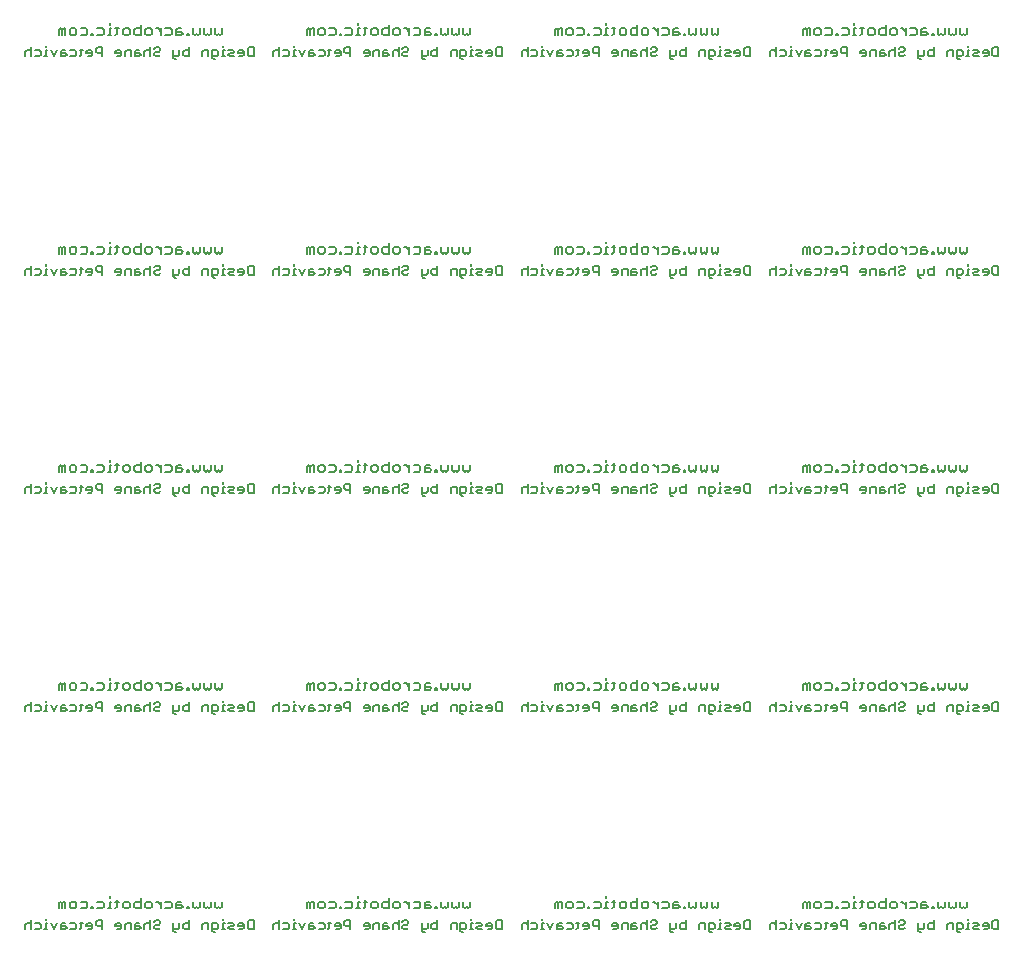
<source format=gbo>
G75*
%MOIN*%
%OFA0B0*%
%FSLAX24Y24*%
%IPPOS*%
%LPD*%
%AMOC8*
5,1,8,0,0,1.08239X$1,22.5*
%
%ADD10C,0.0060*%
%ADD11C,0.0050*%
D10*
X003005Y006630D02*
X003005Y006800D01*
X003062Y006857D01*
X003119Y006800D01*
X003119Y006630D01*
X003232Y006630D02*
X003232Y006857D01*
X003175Y006857D01*
X003119Y006800D01*
X003373Y006800D02*
X003430Y006857D01*
X003544Y006857D01*
X003600Y006800D01*
X003600Y006687D01*
X003544Y006630D01*
X003430Y006630D01*
X003373Y006687D01*
X003373Y006800D01*
X003742Y006857D02*
X003912Y006857D01*
X003969Y006800D01*
X003969Y006687D01*
X003912Y006630D01*
X003742Y006630D01*
X004096Y006630D02*
X004153Y006630D01*
X004153Y006687D01*
X004096Y006687D01*
X004096Y006630D01*
X004294Y006630D02*
X004464Y006630D01*
X004521Y006687D01*
X004521Y006800D01*
X004464Y006857D01*
X004294Y006857D01*
X004653Y006630D02*
X004767Y006630D01*
X004710Y006630D02*
X004710Y006857D01*
X004767Y006857D01*
X004710Y006970D02*
X004710Y007027D01*
X004899Y006857D02*
X005012Y006857D01*
X004955Y006914D02*
X004955Y006687D01*
X004899Y006630D01*
X005154Y006687D02*
X005154Y006800D01*
X005210Y006857D01*
X005324Y006857D01*
X005381Y006800D01*
X005381Y006687D01*
X005324Y006630D01*
X005210Y006630D01*
X005154Y006687D01*
X005522Y006687D02*
X005522Y006800D01*
X005579Y006857D01*
X005749Y006857D01*
X005749Y006970D02*
X005749Y006630D01*
X005579Y006630D01*
X005522Y006687D01*
X005890Y006687D02*
X005890Y006800D01*
X005947Y006857D01*
X006060Y006857D01*
X006117Y006800D01*
X006117Y006687D01*
X006060Y006630D01*
X005947Y006630D01*
X005890Y006687D01*
X006254Y006857D02*
X006311Y006857D01*
X006424Y006743D01*
X006424Y006630D02*
X006424Y006857D01*
X006566Y006857D02*
X006736Y006857D01*
X006792Y006800D01*
X006792Y006687D01*
X006736Y006630D01*
X006566Y006630D01*
X006934Y006630D02*
X007104Y006630D01*
X007161Y006687D01*
X007104Y006743D01*
X006934Y006743D01*
X006934Y006800D02*
X006934Y006630D01*
X006934Y006800D02*
X006991Y006857D01*
X007104Y006857D01*
X007288Y006687D02*
X007288Y006630D01*
X007345Y006630D01*
X007345Y006687D01*
X007288Y006687D01*
X007486Y006687D02*
X007486Y006857D01*
X007486Y006687D02*
X007543Y006630D01*
X007600Y006687D01*
X007656Y006630D01*
X007713Y006687D01*
X007713Y006857D01*
X007855Y006857D02*
X007855Y006687D01*
X007911Y006630D01*
X007968Y006687D01*
X008025Y006630D01*
X008081Y006687D01*
X008081Y006857D01*
X008223Y006857D02*
X008223Y006687D01*
X008280Y006630D01*
X008336Y006687D01*
X008393Y006630D01*
X008450Y006687D01*
X008450Y006857D01*
X011281Y006800D02*
X011281Y006630D01*
X011394Y006630D02*
X011394Y006800D01*
X011337Y006857D01*
X011281Y006800D01*
X011394Y006800D02*
X011451Y006857D01*
X011508Y006857D01*
X011508Y006630D01*
X011649Y006687D02*
X011649Y006800D01*
X011706Y006857D01*
X011819Y006857D01*
X011876Y006800D01*
X011876Y006687D01*
X011819Y006630D01*
X011706Y006630D01*
X011649Y006687D01*
X012017Y006630D02*
X012188Y006630D01*
X012244Y006687D01*
X012244Y006800D01*
X012188Y006857D01*
X012017Y006857D01*
X012372Y006687D02*
X012372Y006630D01*
X012428Y006630D01*
X012428Y006687D01*
X012372Y006687D01*
X012570Y006630D02*
X012740Y006630D01*
X012797Y006687D01*
X012797Y006800D01*
X012740Y006857D01*
X012570Y006857D01*
X012986Y006857D02*
X012986Y006630D01*
X013042Y006630D02*
X012929Y006630D01*
X012986Y006857D02*
X013042Y006857D01*
X012986Y006970D02*
X012986Y007027D01*
X013174Y006857D02*
X013288Y006857D01*
X013231Y006914D02*
X013231Y006687D01*
X013174Y006630D01*
X013429Y006687D02*
X013429Y006800D01*
X013486Y006857D01*
X013599Y006857D01*
X013656Y006800D01*
X013656Y006687D01*
X013599Y006630D01*
X013486Y006630D01*
X013429Y006687D01*
X013798Y006687D02*
X013798Y006800D01*
X013854Y006857D01*
X014024Y006857D01*
X014024Y006970D02*
X014024Y006630D01*
X013854Y006630D01*
X013798Y006687D01*
X014166Y006687D02*
X014166Y006800D01*
X014223Y006857D01*
X014336Y006857D01*
X014393Y006800D01*
X014393Y006687D01*
X014336Y006630D01*
X014223Y006630D01*
X014166Y006687D01*
X014530Y006857D02*
X014586Y006857D01*
X014700Y006743D01*
X014700Y006630D02*
X014700Y006857D01*
X014841Y006857D02*
X015011Y006857D01*
X015068Y006800D01*
X015068Y006687D01*
X015011Y006630D01*
X014841Y006630D01*
X015209Y006630D02*
X015380Y006630D01*
X015436Y006687D01*
X015380Y006743D01*
X015209Y006743D01*
X015209Y006800D02*
X015209Y006630D01*
X015209Y006800D02*
X015266Y006857D01*
X015380Y006857D01*
X015564Y006687D02*
X015564Y006630D01*
X015620Y006630D01*
X015620Y006687D01*
X015564Y006687D01*
X015762Y006687D02*
X015762Y006857D01*
X015762Y006687D02*
X015819Y006630D01*
X015875Y006687D01*
X015932Y006630D01*
X015989Y006687D01*
X015989Y006857D01*
X016130Y006857D02*
X016130Y006687D01*
X016187Y006630D01*
X016244Y006687D01*
X016300Y006630D01*
X016357Y006687D01*
X016357Y006857D01*
X016499Y006857D02*
X016499Y006687D01*
X016555Y006630D01*
X016612Y006687D01*
X016669Y006630D01*
X016725Y006687D01*
X016725Y006857D01*
X019556Y006800D02*
X019556Y006630D01*
X019670Y006630D02*
X019670Y006800D01*
X019613Y006857D01*
X019556Y006800D01*
X019670Y006800D02*
X019726Y006857D01*
X019783Y006857D01*
X019783Y006630D01*
X019925Y006687D02*
X019925Y006800D01*
X019981Y006857D01*
X020095Y006857D01*
X020152Y006800D01*
X020152Y006687D01*
X020095Y006630D01*
X019981Y006630D01*
X019925Y006687D01*
X020293Y006630D02*
X020463Y006630D01*
X020520Y006687D01*
X020520Y006800D01*
X020463Y006857D01*
X020293Y006857D01*
X020647Y006687D02*
X020647Y006630D01*
X020704Y006630D01*
X020704Y006687D01*
X020647Y006687D01*
X020845Y006630D02*
X021016Y006630D01*
X021072Y006687D01*
X021072Y006800D01*
X021016Y006857D01*
X020845Y006857D01*
X021261Y006857D02*
X021261Y006630D01*
X021318Y006630D02*
X021204Y006630D01*
X021261Y006857D02*
X021318Y006857D01*
X021261Y006970D02*
X021261Y007027D01*
X021450Y006857D02*
X021563Y006857D01*
X021507Y006914D02*
X021507Y006687D01*
X021450Y006630D01*
X021705Y006687D02*
X021705Y006800D01*
X021762Y006857D01*
X021875Y006857D01*
X021932Y006800D01*
X021932Y006687D01*
X021875Y006630D01*
X021762Y006630D01*
X021705Y006687D01*
X022073Y006687D02*
X022073Y006800D01*
X022130Y006857D01*
X022300Y006857D01*
X022300Y006970D02*
X022300Y006630D01*
X022130Y006630D01*
X022073Y006687D01*
X022441Y006687D02*
X022441Y006800D01*
X022498Y006857D01*
X022612Y006857D01*
X022668Y006800D01*
X022668Y006687D01*
X022612Y006630D01*
X022498Y006630D01*
X022441Y006687D01*
X022805Y006857D02*
X022862Y006857D01*
X022975Y006743D01*
X022975Y006630D02*
X022975Y006857D01*
X023117Y006857D02*
X023287Y006857D01*
X023344Y006800D01*
X023344Y006687D01*
X023287Y006630D01*
X023117Y006630D01*
X023485Y006630D02*
X023655Y006630D01*
X023712Y006687D01*
X023655Y006743D01*
X023485Y006743D01*
X023485Y006800D02*
X023485Y006630D01*
X023485Y006800D02*
X023542Y006857D01*
X023655Y006857D01*
X023839Y006687D02*
X023839Y006630D01*
X023896Y006630D01*
X023896Y006687D01*
X023839Y006687D01*
X024037Y006687D02*
X024037Y006857D01*
X024037Y006687D02*
X024094Y006630D01*
X024151Y006687D01*
X024208Y006630D01*
X024264Y006687D01*
X024264Y006857D01*
X024406Y006857D02*
X024406Y006687D01*
X024463Y006630D01*
X024519Y006687D01*
X024576Y006630D01*
X024633Y006687D01*
X024633Y006857D01*
X024774Y006857D02*
X024774Y006687D01*
X024831Y006630D01*
X024888Y006687D01*
X024944Y006630D01*
X025001Y006687D01*
X025001Y006857D01*
X027832Y006800D02*
X027832Y006630D01*
X027945Y006630D02*
X027945Y006800D01*
X027889Y006857D01*
X027832Y006800D01*
X027945Y006800D02*
X028002Y006857D01*
X028059Y006857D01*
X028059Y006630D01*
X028200Y006687D02*
X028200Y006800D01*
X028257Y006857D01*
X028370Y006857D01*
X028427Y006800D01*
X028427Y006687D01*
X028370Y006630D01*
X028257Y006630D01*
X028200Y006687D01*
X028569Y006630D02*
X028739Y006630D01*
X028795Y006687D01*
X028795Y006800D01*
X028739Y006857D01*
X028569Y006857D01*
X028923Y006687D02*
X028923Y006630D01*
X028980Y006630D01*
X028980Y006687D01*
X028923Y006687D01*
X029121Y006630D02*
X029291Y006630D01*
X029348Y006687D01*
X029348Y006800D01*
X029291Y006857D01*
X029121Y006857D01*
X029537Y006857D02*
X029537Y006630D01*
X029593Y006630D02*
X029480Y006630D01*
X029537Y006857D02*
X029593Y006857D01*
X029537Y006970D02*
X029537Y007027D01*
X029726Y006857D02*
X029839Y006857D01*
X029782Y006914D02*
X029782Y006687D01*
X029726Y006630D01*
X029980Y006687D02*
X029980Y006800D01*
X030037Y006857D01*
X030151Y006857D01*
X030207Y006800D01*
X030207Y006687D01*
X030151Y006630D01*
X030037Y006630D01*
X029980Y006687D01*
X030349Y006687D02*
X030349Y006800D01*
X030405Y006857D01*
X030576Y006857D01*
X030576Y006970D02*
X030576Y006630D01*
X030405Y006630D01*
X030349Y006687D01*
X030717Y006687D02*
X030717Y006800D01*
X030774Y006857D01*
X030887Y006857D01*
X030944Y006800D01*
X030944Y006687D01*
X030887Y006630D01*
X030774Y006630D01*
X030717Y006687D01*
X031081Y006857D02*
X031137Y006857D01*
X031251Y006743D01*
X031251Y006630D02*
X031251Y006857D01*
X031392Y006857D02*
X031562Y006857D01*
X031619Y006800D01*
X031619Y006687D01*
X031562Y006630D01*
X031392Y006630D01*
X031761Y006630D02*
X031931Y006630D01*
X031987Y006687D01*
X031931Y006743D01*
X031761Y006743D01*
X031761Y006800D02*
X031761Y006630D01*
X031761Y006800D02*
X031817Y006857D01*
X031931Y006857D01*
X032115Y006687D02*
X032115Y006630D01*
X032172Y006630D01*
X032172Y006687D01*
X032115Y006687D01*
X032313Y006687D02*
X032313Y006857D01*
X032313Y006687D02*
X032370Y006630D01*
X032427Y006687D01*
X032483Y006630D01*
X032540Y006687D01*
X032540Y006857D01*
X032681Y006857D02*
X032681Y006687D01*
X032738Y006630D01*
X032795Y006687D01*
X032852Y006630D01*
X032908Y006687D01*
X032908Y006857D01*
X033050Y006857D02*
X033050Y006687D01*
X033106Y006630D01*
X033163Y006687D01*
X033220Y006630D01*
X033277Y006687D01*
X033277Y006857D01*
X033220Y013906D02*
X033163Y013962D01*
X033106Y013906D01*
X033050Y013962D01*
X033050Y014132D01*
X032908Y014132D02*
X032908Y013962D01*
X032852Y013906D01*
X032795Y013962D01*
X032738Y013906D01*
X032681Y013962D01*
X032681Y014132D01*
X032540Y014132D02*
X032540Y013962D01*
X032483Y013906D01*
X032427Y013962D01*
X032370Y013906D01*
X032313Y013962D01*
X032313Y014132D01*
X032172Y013962D02*
X032115Y013962D01*
X032115Y013906D01*
X032172Y013906D01*
X032172Y013962D01*
X031987Y013962D02*
X031931Y014019D01*
X031761Y014019D01*
X031761Y014076D02*
X031761Y013906D01*
X031931Y013906D01*
X031987Y013962D01*
X031931Y014132D02*
X031817Y014132D01*
X031761Y014076D01*
X031619Y014076D02*
X031619Y013962D01*
X031562Y013906D01*
X031392Y013906D01*
X031251Y013906D02*
X031251Y014132D01*
X031251Y014019D02*
X031137Y014132D01*
X031081Y014132D01*
X030944Y014076D02*
X030944Y013962D01*
X030887Y013906D01*
X030774Y013906D01*
X030717Y013962D01*
X030717Y014076D01*
X030774Y014132D01*
X030887Y014132D01*
X030944Y014076D01*
X030576Y014132D02*
X030405Y014132D01*
X030349Y014076D01*
X030349Y013962D01*
X030405Y013906D01*
X030576Y013906D01*
X030576Y014246D01*
X030207Y014076D02*
X030207Y013962D01*
X030151Y013906D01*
X030037Y013906D01*
X029980Y013962D01*
X029980Y014076D01*
X030037Y014132D01*
X030151Y014132D01*
X030207Y014076D01*
X029839Y014132D02*
X029726Y014132D01*
X029782Y014189D02*
X029782Y013962D01*
X029726Y013906D01*
X029593Y013906D02*
X029480Y013906D01*
X029537Y013906D02*
X029537Y014132D01*
X029593Y014132D01*
X029537Y014246D02*
X029537Y014303D01*
X029348Y014076D02*
X029291Y014132D01*
X029121Y014132D01*
X028980Y013962D02*
X028923Y013962D01*
X028923Y013906D01*
X028980Y013906D01*
X028980Y013962D01*
X029121Y013906D02*
X029291Y013906D01*
X029348Y013962D01*
X029348Y014076D01*
X028795Y014076D02*
X028795Y013962D01*
X028739Y013906D01*
X028569Y013906D01*
X028427Y013962D02*
X028370Y013906D01*
X028257Y013906D01*
X028200Y013962D01*
X028200Y014076D01*
X028257Y014132D01*
X028370Y014132D01*
X028427Y014076D01*
X028427Y013962D01*
X028569Y014132D02*
X028739Y014132D01*
X028795Y014076D01*
X028059Y014132D02*
X028002Y014132D01*
X027945Y014076D01*
X027889Y014132D01*
X027832Y014076D01*
X027832Y013906D01*
X027945Y013906D02*
X027945Y014076D01*
X028059Y014132D02*
X028059Y013906D01*
X025001Y013962D02*
X024944Y013906D01*
X024888Y013962D01*
X024831Y013906D01*
X024774Y013962D01*
X024774Y014132D01*
X024633Y014132D02*
X024633Y013962D01*
X024576Y013906D01*
X024519Y013962D01*
X024463Y013906D01*
X024406Y013962D01*
X024406Y014132D01*
X024264Y014132D02*
X024264Y013962D01*
X024208Y013906D01*
X024151Y013962D01*
X024094Y013906D01*
X024037Y013962D01*
X024037Y014132D01*
X023896Y013962D02*
X023839Y013962D01*
X023839Y013906D01*
X023896Y013906D01*
X023896Y013962D01*
X023712Y013962D02*
X023655Y014019D01*
X023485Y014019D01*
X023485Y014076D02*
X023485Y013906D01*
X023655Y013906D01*
X023712Y013962D01*
X023655Y014132D02*
X023542Y014132D01*
X023485Y014076D01*
X023344Y014076D02*
X023344Y013962D01*
X023287Y013906D01*
X023117Y013906D01*
X022975Y013906D02*
X022975Y014132D01*
X022975Y014019D02*
X022862Y014132D01*
X022805Y014132D01*
X022668Y014076D02*
X022668Y013962D01*
X022612Y013906D01*
X022498Y013906D01*
X022441Y013962D01*
X022441Y014076D01*
X022498Y014132D01*
X022612Y014132D01*
X022668Y014076D01*
X022300Y014132D02*
X022130Y014132D01*
X022073Y014076D01*
X022073Y013962D01*
X022130Y013906D01*
X022300Y013906D01*
X022300Y014246D01*
X021932Y014076D02*
X021932Y013962D01*
X021875Y013906D01*
X021762Y013906D01*
X021705Y013962D01*
X021705Y014076D01*
X021762Y014132D01*
X021875Y014132D01*
X021932Y014076D01*
X021563Y014132D02*
X021450Y014132D01*
X021507Y014189D02*
X021507Y013962D01*
X021450Y013906D01*
X021318Y013906D02*
X021204Y013906D01*
X021261Y013906D02*
X021261Y014132D01*
X021318Y014132D01*
X021261Y014246D02*
X021261Y014303D01*
X021072Y014076D02*
X021072Y013962D01*
X021016Y013906D01*
X020845Y013906D01*
X020704Y013906D02*
X020647Y013906D01*
X020647Y013962D01*
X020704Y013962D01*
X020704Y013906D01*
X020520Y013962D02*
X020463Y013906D01*
X020293Y013906D01*
X020152Y013962D02*
X020095Y013906D01*
X019981Y013906D01*
X019925Y013962D01*
X019925Y014076D01*
X019981Y014132D01*
X020095Y014132D01*
X020152Y014076D01*
X020152Y013962D01*
X020293Y014132D02*
X020463Y014132D01*
X020520Y014076D01*
X020520Y013962D01*
X020845Y014132D02*
X021016Y014132D01*
X021072Y014076D01*
X019783Y014132D02*
X019726Y014132D01*
X019670Y014076D01*
X019613Y014132D01*
X019556Y014076D01*
X019556Y013906D01*
X019670Y013906D02*
X019670Y014076D01*
X019783Y014132D02*
X019783Y013906D01*
X016725Y013962D02*
X016669Y013906D01*
X016612Y013962D01*
X016555Y013906D01*
X016499Y013962D01*
X016499Y014132D01*
X016357Y014132D02*
X016357Y013962D01*
X016300Y013906D01*
X016244Y013962D01*
X016187Y013906D01*
X016130Y013962D01*
X016130Y014132D01*
X015989Y014132D02*
X015989Y013962D01*
X015932Y013906D01*
X015875Y013962D01*
X015819Y013906D01*
X015762Y013962D01*
X015762Y014132D01*
X015620Y013962D02*
X015564Y013962D01*
X015564Y013906D01*
X015620Y013906D01*
X015620Y013962D01*
X015436Y013962D02*
X015380Y014019D01*
X015209Y014019D01*
X015209Y014076D02*
X015209Y013906D01*
X015380Y013906D01*
X015436Y013962D01*
X015380Y014132D02*
X015266Y014132D01*
X015209Y014076D01*
X015068Y014076D02*
X015068Y013962D01*
X015011Y013906D01*
X014841Y013906D01*
X014700Y013906D02*
X014700Y014132D01*
X014700Y014019D02*
X014586Y014132D01*
X014530Y014132D01*
X014393Y014076D02*
X014393Y013962D01*
X014336Y013906D01*
X014223Y013906D01*
X014166Y013962D01*
X014166Y014076D01*
X014223Y014132D01*
X014336Y014132D01*
X014393Y014076D01*
X014024Y014132D02*
X013854Y014132D01*
X013798Y014076D01*
X013798Y013962D01*
X013854Y013906D01*
X014024Y013906D01*
X014024Y014246D01*
X013656Y014076D02*
X013656Y013962D01*
X013599Y013906D01*
X013486Y013906D01*
X013429Y013962D01*
X013429Y014076D01*
X013486Y014132D01*
X013599Y014132D01*
X013656Y014076D01*
X013288Y014132D02*
X013174Y014132D01*
X013231Y014189D02*
X013231Y013962D01*
X013174Y013906D01*
X013042Y013906D02*
X012929Y013906D01*
X012986Y013906D02*
X012986Y014132D01*
X013042Y014132D01*
X012986Y014246D02*
X012986Y014303D01*
X012797Y014076D02*
X012797Y013962D01*
X012740Y013906D01*
X012570Y013906D01*
X012428Y013906D02*
X012372Y013906D01*
X012372Y013962D01*
X012428Y013962D01*
X012428Y013906D01*
X012244Y013962D02*
X012188Y013906D01*
X012017Y013906D01*
X011876Y013962D02*
X011819Y013906D01*
X011706Y013906D01*
X011649Y013962D01*
X011649Y014076D01*
X011706Y014132D01*
X011819Y014132D01*
X011876Y014076D01*
X011876Y013962D01*
X012017Y014132D02*
X012188Y014132D01*
X012244Y014076D01*
X012244Y013962D01*
X012570Y014132D02*
X012740Y014132D01*
X012797Y014076D01*
X011508Y014132D02*
X011451Y014132D01*
X011394Y014076D01*
X011337Y014132D01*
X011281Y014076D01*
X011281Y013906D01*
X011394Y013906D02*
X011394Y014076D01*
X011508Y014132D02*
X011508Y013906D01*
X008450Y013962D02*
X008393Y013906D01*
X008336Y013962D01*
X008280Y013906D01*
X008223Y013962D01*
X008223Y014132D01*
X008081Y014132D02*
X008081Y013962D01*
X008025Y013906D01*
X007968Y013962D01*
X007911Y013906D01*
X007855Y013962D01*
X007855Y014132D01*
X007713Y014132D02*
X007713Y013962D01*
X007656Y013906D01*
X007600Y013962D01*
X007543Y013906D01*
X007486Y013962D01*
X007486Y014132D01*
X007345Y013962D02*
X007288Y013962D01*
X007288Y013906D01*
X007345Y013906D01*
X007345Y013962D01*
X007161Y013962D02*
X007104Y014019D01*
X006934Y014019D01*
X006934Y014076D02*
X006934Y013906D01*
X007104Y013906D01*
X007161Y013962D01*
X007104Y014132D02*
X006991Y014132D01*
X006934Y014076D01*
X006792Y014076D02*
X006792Y013962D01*
X006736Y013906D01*
X006566Y013906D01*
X006424Y013906D02*
X006424Y014132D01*
X006424Y014019D02*
X006311Y014132D01*
X006254Y014132D01*
X006117Y014076D02*
X006117Y013962D01*
X006060Y013906D01*
X005947Y013906D01*
X005890Y013962D01*
X005890Y014076D01*
X005947Y014132D01*
X006060Y014132D01*
X006117Y014076D01*
X005749Y014132D02*
X005579Y014132D01*
X005522Y014076D01*
X005522Y013962D01*
X005579Y013906D01*
X005749Y013906D01*
X005749Y014246D01*
X005381Y014076D02*
X005381Y013962D01*
X005324Y013906D01*
X005210Y013906D01*
X005154Y013962D01*
X005154Y014076D01*
X005210Y014132D01*
X005324Y014132D01*
X005381Y014076D01*
X005012Y014132D02*
X004899Y014132D01*
X004955Y014189D02*
X004955Y013962D01*
X004899Y013906D01*
X004767Y013906D02*
X004653Y013906D01*
X004710Y013906D02*
X004710Y014132D01*
X004767Y014132D01*
X004710Y014246D02*
X004710Y014303D01*
X004521Y014076D02*
X004521Y013962D01*
X004464Y013906D01*
X004294Y013906D01*
X004153Y013906D02*
X004096Y013906D01*
X004096Y013962D01*
X004153Y013962D01*
X004153Y013906D01*
X003969Y013962D02*
X003912Y013906D01*
X003742Y013906D01*
X003600Y013962D02*
X003544Y013906D01*
X003430Y013906D01*
X003373Y013962D01*
X003373Y014076D01*
X003430Y014132D01*
X003544Y014132D01*
X003600Y014076D01*
X003600Y013962D01*
X003742Y014132D02*
X003912Y014132D01*
X003969Y014076D01*
X003969Y013962D01*
X004294Y014132D02*
X004464Y014132D01*
X004521Y014076D01*
X003232Y014132D02*
X003175Y014132D01*
X003119Y014076D01*
X003062Y014132D01*
X003005Y014076D01*
X003005Y013906D01*
X003119Y013906D02*
X003119Y014076D01*
X003232Y014132D02*
X003232Y013906D01*
X006566Y014132D02*
X006736Y014132D01*
X006792Y014076D01*
X008450Y014132D02*
X008450Y013962D01*
X014841Y014132D02*
X015011Y014132D01*
X015068Y014076D01*
X016725Y014132D02*
X016725Y013962D01*
X023117Y014132D02*
X023287Y014132D01*
X023344Y014076D01*
X025001Y014132D02*
X025001Y013962D01*
X031392Y014132D02*
X031562Y014132D01*
X031619Y014076D01*
X033220Y013906D02*
X033277Y013962D01*
X033277Y014132D01*
X033220Y021181D02*
X033163Y021238D01*
X033106Y021181D01*
X033050Y021238D01*
X033050Y021408D01*
X032908Y021408D02*
X032908Y021238D01*
X032852Y021181D01*
X032795Y021238D01*
X032738Y021181D01*
X032681Y021238D01*
X032681Y021408D01*
X032540Y021408D02*
X032540Y021238D01*
X032483Y021181D01*
X032427Y021238D01*
X032370Y021181D01*
X032313Y021238D01*
X032313Y021408D01*
X032172Y021238D02*
X032115Y021238D01*
X032115Y021181D01*
X032172Y021181D01*
X032172Y021238D01*
X031987Y021238D02*
X031931Y021295D01*
X031761Y021295D01*
X031761Y021351D02*
X031761Y021181D01*
X031931Y021181D01*
X031987Y021238D01*
X031931Y021408D02*
X031817Y021408D01*
X031761Y021351D01*
X031619Y021351D02*
X031619Y021238D01*
X031562Y021181D01*
X031392Y021181D01*
X031251Y021181D02*
X031251Y021408D01*
X031251Y021295D02*
X031137Y021408D01*
X031081Y021408D01*
X030944Y021351D02*
X030944Y021238D01*
X030887Y021181D01*
X030774Y021181D01*
X030717Y021238D01*
X030717Y021351D01*
X030774Y021408D01*
X030887Y021408D01*
X030944Y021351D01*
X030576Y021408D02*
X030405Y021408D01*
X030349Y021351D01*
X030349Y021238D01*
X030405Y021181D01*
X030576Y021181D01*
X030576Y021521D01*
X030207Y021351D02*
X030207Y021238D01*
X030151Y021181D01*
X030037Y021181D01*
X029980Y021238D01*
X029980Y021351D01*
X030037Y021408D01*
X030151Y021408D01*
X030207Y021351D01*
X029839Y021408D02*
X029726Y021408D01*
X029782Y021465D02*
X029782Y021238D01*
X029726Y021181D01*
X029593Y021181D02*
X029480Y021181D01*
X029537Y021181D02*
X029537Y021408D01*
X029593Y021408D01*
X029537Y021521D02*
X029537Y021578D01*
X029348Y021351D02*
X029291Y021408D01*
X029121Y021408D01*
X028980Y021238D02*
X028923Y021238D01*
X028923Y021181D01*
X028980Y021181D01*
X028980Y021238D01*
X029121Y021181D02*
X029291Y021181D01*
X029348Y021238D01*
X029348Y021351D01*
X028795Y021351D02*
X028795Y021238D01*
X028739Y021181D01*
X028569Y021181D01*
X028427Y021238D02*
X028370Y021181D01*
X028257Y021181D01*
X028200Y021238D01*
X028200Y021351D01*
X028257Y021408D01*
X028370Y021408D01*
X028427Y021351D01*
X028427Y021238D01*
X028569Y021408D02*
X028739Y021408D01*
X028795Y021351D01*
X028059Y021408D02*
X028002Y021408D01*
X027945Y021351D01*
X027889Y021408D01*
X027832Y021351D01*
X027832Y021181D01*
X027945Y021181D02*
X027945Y021351D01*
X028059Y021408D02*
X028059Y021181D01*
X025001Y021238D02*
X024944Y021181D01*
X024888Y021238D01*
X024831Y021181D01*
X024774Y021238D01*
X024774Y021408D01*
X024633Y021408D02*
X024633Y021238D01*
X024576Y021181D01*
X024519Y021238D01*
X024463Y021181D01*
X024406Y021238D01*
X024406Y021408D01*
X024264Y021408D02*
X024264Y021238D01*
X024208Y021181D01*
X024151Y021238D01*
X024094Y021181D01*
X024037Y021238D01*
X024037Y021408D01*
X023896Y021238D02*
X023839Y021238D01*
X023839Y021181D01*
X023896Y021181D01*
X023896Y021238D01*
X023712Y021238D02*
X023655Y021295D01*
X023485Y021295D01*
X023485Y021351D02*
X023485Y021181D01*
X023655Y021181D01*
X023712Y021238D01*
X023655Y021408D02*
X023542Y021408D01*
X023485Y021351D01*
X023344Y021351D02*
X023344Y021238D01*
X023287Y021181D01*
X023117Y021181D01*
X022975Y021181D02*
X022975Y021408D01*
X022862Y021408D02*
X022805Y021408D01*
X022862Y021408D02*
X022975Y021295D01*
X023117Y021408D02*
X023287Y021408D01*
X023344Y021351D01*
X022668Y021351D02*
X022668Y021238D01*
X022612Y021181D01*
X022498Y021181D01*
X022441Y021238D01*
X022441Y021351D01*
X022498Y021408D01*
X022612Y021408D01*
X022668Y021351D01*
X022300Y021408D02*
X022130Y021408D01*
X022073Y021351D01*
X022073Y021238D01*
X022130Y021181D01*
X022300Y021181D01*
X022300Y021521D01*
X021932Y021351D02*
X021932Y021238D01*
X021875Y021181D01*
X021762Y021181D01*
X021705Y021238D01*
X021705Y021351D01*
X021762Y021408D01*
X021875Y021408D01*
X021932Y021351D01*
X021563Y021408D02*
X021450Y021408D01*
X021507Y021465D02*
X021507Y021238D01*
X021450Y021181D01*
X021318Y021181D02*
X021204Y021181D01*
X021261Y021181D02*
X021261Y021408D01*
X021318Y021408D01*
X021261Y021521D02*
X021261Y021578D01*
X021072Y021351D02*
X021072Y021238D01*
X021016Y021181D01*
X020845Y021181D01*
X020704Y021181D02*
X020647Y021181D01*
X020647Y021238D01*
X020704Y021238D01*
X020704Y021181D01*
X020520Y021238D02*
X020463Y021181D01*
X020293Y021181D01*
X020152Y021238D02*
X020095Y021181D01*
X019981Y021181D01*
X019925Y021238D01*
X019925Y021351D01*
X019981Y021408D01*
X020095Y021408D01*
X020152Y021351D01*
X020152Y021238D01*
X020293Y021408D02*
X020463Y021408D01*
X020520Y021351D01*
X020520Y021238D01*
X020845Y021408D02*
X021016Y021408D01*
X021072Y021351D01*
X019783Y021408D02*
X019726Y021408D01*
X019670Y021351D01*
X019613Y021408D01*
X019556Y021351D01*
X019556Y021181D01*
X019670Y021181D02*
X019670Y021351D01*
X019783Y021408D02*
X019783Y021181D01*
X016725Y021238D02*
X016669Y021181D01*
X016612Y021238D01*
X016555Y021181D01*
X016499Y021238D01*
X016499Y021408D01*
X016357Y021408D02*
X016357Y021238D01*
X016300Y021181D01*
X016244Y021238D01*
X016187Y021181D01*
X016130Y021238D01*
X016130Y021408D01*
X015989Y021408D02*
X015989Y021238D01*
X015932Y021181D01*
X015875Y021238D01*
X015819Y021181D01*
X015762Y021238D01*
X015762Y021408D01*
X015620Y021238D02*
X015564Y021238D01*
X015564Y021181D01*
X015620Y021181D01*
X015620Y021238D01*
X015436Y021238D02*
X015380Y021295D01*
X015209Y021295D01*
X015209Y021351D02*
X015209Y021181D01*
X015380Y021181D01*
X015436Y021238D01*
X015380Y021408D02*
X015266Y021408D01*
X015209Y021351D01*
X015068Y021351D02*
X015068Y021238D01*
X015011Y021181D01*
X014841Y021181D01*
X014700Y021181D02*
X014700Y021408D01*
X014700Y021295D02*
X014586Y021408D01*
X014530Y021408D01*
X014393Y021351D02*
X014393Y021238D01*
X014336Y021181D01*
X014223Y021181D01*
X014166Y021238D01*
X014166Y021351D01*
X014223Y021408D01*
X014336Y021408D01*
X014393Y021351D01*
X014024Y021408D02*
X013854Y021408D01*
X013798Y021351D01*
X013798Y021238D01*
X013854Y021181D01*
X014024Y021181D01*
X014024Y021521D01*
X013656Y021351D02*
X013656Y021238D01*
X013599Y021181D01*
X013486Y021181D01*
X013429Y021238D01*
X013429Y021351D01*
X013486Y021408D01*
X013599Y021408D01*
X013656Y021351D01*
X013288Y021408D02*
X013174Y021408D01*
X013231Y021465D02*
X013231Y021238D01*
X013174Y021181D01*
X013042Y021181D02*
X012929Y021181D01*
X012986Y021181D02*
X012986Y021408D01*
X013042Y021408D01*
X012986Y021521D02*
X012986Y021578D01*
X012797Y021351D02*
X012797Y021238D01*
X012740Y021181D01*
X012570Y021181D01*
X012428Y021181D02*
X012372Y021181D01*
X012372Y021238D01*
X012428Y021238D01*
X012428Y021181D01*
X012244Y021238D02*
X012188Y021181D01*
X012017Y021181D01*
X011876Y021238D02*
X011819Y021181D01*
X011706Y021181D01*
X011649Y021238D01*
X011649Y021351D01*
X011706Y021408D01*
X011819Y021408D01*
X011876Y021351D01*
X011876Y021238D01*
X012017Y021408D02*
X012188Y021408D01*
X012244Y021351D01*
X012244Y021238D01*
X012570Y021408D02*
X012740Y021408D01*
X012797Y021351D01*
X011508Y021408D02*
X011451Y021408D01*
X011394Y021351D01*
X011337Y021408D01*
X011281Y021351D01*
X011281Y021181D01*
X011394Y021181D02*
X011394Y021351D01*
X011508Y021408D02*
X011508Y021181D01*
X008450Y021238D02*
X008393Y021181D01*
X008336Y021238D01*
X008280Y021181D01*
X008223Y021238D01*
X008223Y021408D01*
X008081Y021408D02*
X008081Y021238D01*
X008025Y021181D01*
X007968Y021238D01*
X007911Y021181D01*
X007855Y021238D01*
X007855Y021408D01*
X007713Y021408D02*
X007713Y021238D01*
X007656Y021181D01*
X007600Y021238D01*
X007543Y021181D01*
X007486Y021238D01*
X007486Y021408D01*
X007345Y021238D02*
X007288Y021238D01*
X007288Y021181D01*
X007345Y021181D01*
X007345Y021238D01*
X007161Y021238D02*
X007104Y021295D01*
X006934Y021295D01*
X006934Y021351D02*
X006934Y021181D01*
X007104Y021181D01*
X007161Y021238D01*
X007104Y021408D02*
X006991Y021408D01*
X006934Y021351D01*
X006792Y021351D02*
X006792Y021238D01*
X006736Y021181D01*
X006566Y021181D01*
X006424Y021181D02*
X006424Y021408D01*
X006311Y021408D02*
X006254Y021408D01*
X006311Y021408D02*
X006424Y021295D01*
X006566Y021408D02*
X006736Y021408D01*
X006792Y021351D01*
X006117Y021351D02*
X006117Y021238D01*
X006060Y021181D01*
X005947Y021181D01*
X005890Y021238D01*
X005890Y021351D01*
X005947Y021408D01*
X006060Y021408D01*
X006117Y021351D01*
X005749Y021408D02*
X005579Y021408D01*
X005522Y021351D01*
X005522Y021238D01*
X005579Y021181D01*
X005749Y021181D01*
X005749Y021521D01*
X005381Y021351D02*
X005381Y021238D01*
X005324Y021181D01*
X005210Y021181D01*
X005154Y021238D01*
X005154Y021351D01*
X005210Y021408D01*
X005324Y021408D01*
X005381Y021351D01*
X005012Y021408D02*
X004899Y021408D01*
X004955Y021465D02*
X004955Y021238D01*
X004899Y021181D01*
X004767Y021181D02*
X004653Y021181D01*
X004710Y021181D02*
X004710Y021408D01*
X004767Y021408D01*
X004710Y021521D02*
X004710Y021578D01*
X004521Y021351D02*
X004521Y021238D01*
X004464Y021181D01*
X004294Y021181D01*
X004153Y021181D02*
X004096Y021181D01*
X004096Y021238D01*
X004153Y021238D01*
X004153Y021181D01*
X003969Y021238D02*
X003912Y021181D01*
X003742Y021181D01*
X003600Y021238D02*
X003544Y021181D01*
X003430Y021181D01*
X003373Y021238D01*
X003373Y021351D01*
X003430Y021408D01*
X003544Y021408D01*
X003600Y021351D01*
X003600Y021238D01*
X003742Y021408D02*
X003912Y021408D01*
X003969Y021351D01*
X003969Y021238D01*
X004294Y021408D02*
X004464Y021408D01*
X004521Y021351D01*
X003232Y021408D02*
X003175Y021408D01*
X003119Y021351D01*
X003062Y021408D01*
X003005Y021351D01*
X003005Y021181D01*
X003119Y021181D02*
X003119Y021351D01*
X003232Y021408D02*
X003232Y021181D01*
X008450Y021238D02*
X008450Y021408D01*
X014841Y021408D02*
X015011Y021408D01*
X015068Y021351D01*
X016725Y021408D02*
X016725Y021238D01*
X016669Y028457D02*
X016612Y028513D01*
X016555Y028457D01*
X016499Y028513D01*
X016499Y028684D01*
X016357Y028684D02*
X016357Y028513D01*
X016300Y028457D01*
X016244Y028513D01*
X016187Y028457D01*
X016130Y028513D01*
X016130Y028684D01*
X015989Y028684D02*
X015989Y028513D01*
X015932Y028457D01*
X015875Y028513D01*
X015819Y028457D01*
X015762Y028513D01*
X015762Y028684D01*
X015620Y028513D02*
X015564Y028513D01*
X015564Y028457D01*
X015620Y028457D01*
X015620Y028513D01*
X015436Y028513D02*
X015380Y028570D01*
X015209Y028570D01*
X015209Y028627D02*
X015209Y028457D01*
X015380Y028457D01*
X015436Y028513D01*
X015380Y028684D02*
X015266Y028684D01*
X015209Y028627D01*
X015068Y028627D02*
X015068Y028513D01*
X015011Y028457D01*
X014841Y028457D01*
X014700Y028457D02*
X014700Y028684D01*
X014586Y028684D02*
X014530Y028684D01*
X014586Y028684D02*
X014700Y028570D01*
X014841Y028684D02*
X015011Y028684D01*
X015068Y028627D01*
X014393Y028627D02*
X014393Y028513D01*
X014336Y028457D01*
X014223Y028457D01*
X014166Y028513D01*
X014166Y028627D01*
X014223Y028684D01*
X014336Y028684D01*
X014393Y028627D01*
X014024Y028684D02*
X013854Y028684D01*
X013798Y028627D01*
X013798Y028513D01*
X013854Y028457D01*
X014024Y028457D01*
X014024Y028797D01*
X013656Y028627D02*
X013656Y028513D01*
X013599Y028457D01*
X013486Y028457D01*
X013429Y028513D01*
X013429Y028627D01*
X013486Y028684D01*
X013599Y028684D01*
X013656Y028627D01*
X013288Y028684D02*
X013174Y028684D01*
X013231Y028740D02*
X013231Y028513D01*
X013174Y028457D01*
X013042Y028457D02*
X012929Y028457D01*
X012986Y028457D02*
X012986Y028684D01*
X013042Y028684D01*
X012986Y028797D02*
X012986Y028854D01*
X012797Y028627D02*
X012797Y028513D01*
X012740Y028457D01*
X012570Y028457D01*
X012428Y028457D02*
X012372Y028457D01*
X012372Y028513D01*
X012428Y028513D01*
X012428Y028457D01*
X012244Y028513D02*
X012188Y028457D01*
X012017Y028457D01*
X011876Y028513D02*
X011819Y028457D01*
X011706Y028457D01*
X011649Y028513D01*
X011649Y028627D01*
X011706Y028684D01*
X011819Y028684D01*
X011876Y028627D01*
X011876Y028513D01*
X012017Y028684D02*
X012188Y028684D01*
X012244Y028627D01*
X012244Y028513D01*
X012570Y028684D02*
X012740Y028684D01*
X012797Y028627D01*
X011508Y028684D02*
X011451Y028684D01*
X011394Y028627D01*
X011337Y028684D01*
X011281Y028627D01*
X011281Y028457D01*
X011394Y028457D02*
X011394Y028627D01*
X011508Y028684D02*
X011508Y028457D01*
X008450Y028513D02*
X008393Y028457D01*
X008336Y028513D01*
X008280Y028457D01*
X008223Y028513D01*
X008223Y028684D01*
X008081Y028684D02*
X008081Y028513D01*
X008025Y028457D01*
X007968Y028513D01*
X007911Y028457D01*
X007855Y028513D01*
X007855Y028684D01*
X007713Y028684D02*
X007713Y028513D01*
X007656Y028457D01*
X007600Y028513D01*
X007543Y028457D01*
X007486Y028513D01*
X007486Y028684D01*
X007345Y028513D02*
X007288Y028513D01*
X007288Y028457D01*
X007345Y028457D01*
X007345Y028513D01*
X007161Y028513D02*
X007104Y028570D01*
X006934Y028570D01*
X006934Y028627D02*
X006934Y028457D01*
X007104Y028457D01*
X007161Y028513D01*
X007104Y028684D02*
X006991Y028684D01*
X006934Y028627D01*
X006792Y028627D02*
X006792Y028513D01*
X006736Y028457D01*
X006566Y028457D01*
X006424Y028457D02*
X006424Y028684D01*
X006311Y028684D02*
X006254Y028684D01*
X006311Y028684D02*
X006424Y028570D01*
X006566Y028684D02*
X006736Y028684D01*
X006792Y028627D01*
X006117Y028627D02*
X006117Y028513D01*
X006060Y028457D01*
X005947Y028457D01*
X005890Y028513D01*
X005890Y028627D01*
X005947Y028684D01*
X006060Y028684D01*
X006117Y028627D01*
X005749Y028684D02*
X005579Y028684D01*
X005522Y028627D01*
X005522Y028513D01*
X005579Y028457D01*
X005749Y028457D01*
X005749Y028797D01*
X005381Y028627D02*
X005381Y028513D01*
X005324Y028457D01*
X005210Y028457D01*
X005154Y028513D01*
X005154Y028627D01*
X005210Y028684D01*
X005324Y028684D01*
X005381Y028627D01*
X005012Y028684D02*
X004899Y028684D01*
X004955Y028740D02*
X004955Y028513D01*
X004899Y028457D01*
X004767Y028457D02*
X004653Y028457D01*
X004710Y028457D02*
X004710Y028684D01*
X004767Y028684D01*
X004710Y028797D02*
X004710Y028854D01*
X004521Y028627D02*
X004521Y028513D01*
X004464Y028457D01*
X004294Y028457D01*
X004153Y028457D02*
X004096Y028457D01*
X004096Y028513D01*
X004153Y028513D01*
X004153Y028457D01*
X003969Y028513D02*
X003912Y028457D01*
X003742Y028457D01*
X003600Y028513D02*
X003544Y028457D01*
X003430Y028457D01*
X003373Y028513D01*
X003373Y028627D01*
X003430Y028684D01*
X003544Y028684D01*
X003600Y028627D01*
X003600Y028513D01*
X003742Y028684D02*
X003912Y028684D01*
X003969Y028627D01*
X003969Y028513D01*
X004294Y028684D02*
X004464Y028684D01*
X004521Y028627D01*
X003232Y028684D02*
X003175Y028684D01*
X003119Y028627D01*
X003062Y028684D01*
X003005Y028627D01*
X003005Y028457D01*
X003119Y028457D02*
X003119Y028627D01*
X003232Y028684D02*
X003232Y028457D01*
X008450Y028513D02*
X008450Y028684D01*
X008393Y035732D02*
X008336Y035789D01*
X008280Y035732D01*
X008223Y035789D01*
X008223Y035959D01*
X008081Y035959D02*
X008081Y035789D01*
X008025Y035732D01*
X007968Y035789D01*
X007911Y035732D01*
X007855Y035789D01*
X007855Y035959D01*
X007713Y035959D02*
X007713Y035789D01*
X007656Y035732D01*
X007600Y035789D01*
X007543Y035732D01*
X007486Y035789D01*
X007486Y035959D01*
X007345Y035789D02*
X007288Y035789D01*
X007288Y035732D01*
X007345Y035732D01*
X007345Y035789D01*
X007161Y035789D02*
X007104Y035732D01*
X006934Y035732D01*
X006934Y035903D01*
X006991Y035959D01*
X007104Y035959D01*
X007104Y035846D02*
X006934Y035846D01*
X006792Y035903D02*
X006792Y035789D01*
X006736Y035732D01*
X006566Y035732D01*
X006424Y035732D02*
X006424Y035959D01*
X006424Y035846D02*
X006311Y035959D01*
X006254Y035959D01*
X006117Y035903D02*
X006117Y035789D01*
X006060Y035732D01*
X005947Y035732D01*
X005890Y035789D01*
X005890Y035903D01*
X005947Y035959D01*
X006060Y035959D01*
X006117Y035903D01*
X005749Y035959D02*
X005579Y035959D01*
X005522Y035903D01*
X005522Y035789D01*
X005579Y035732D01*
X005749Y035732D01*
X005749Y036073D01*
X005381Y035903D02*
X005381Y035789D01*
X005324Y035732D01*
X005210Y035732D01*
X005154Y035789D01*
X005154Y035903D01*
X005210Y035959D01*
X005324Y035959D01*
X005381Y035903D01*
X005012Y035959D02*
X004899Y035959D01*
X004955Y036016D02*
X004955Y035789D01*
X004899Y035732D01*
X004767Y035732D02*
X004653Y035732D01*
X004710Y035732D02*
X004710Y035959D01*
X004767Y035959D01*
X004710Y036073D02*
X004710Y036129D01*
X004521Y035903D02*
X004521Y035789D01*
X004464Y035732D01*
X004294Y035732D01*
X004153Y035732D02*
X004096Y035732D01*
X004096Y035789D01*
X004153Y035789D01*
X004153Y035732D01*
X003969Y035789D02*
X003912Y035732D01*
X003742Y035732D01*
X003600Y035789D02*
X003544Y035732D01*
X003430Y035732D01*
X003373Y035789D01*
X003373Y035903D01*
X003430Y035959D01*
X003544Y035959D01*
X003600Y035903D01*
X003600Y035789D01*
X003742Y035959D02*
X003912Y035959D01*
X003969Y035903D01*
X003969Y035789D01*
X004294Y035959D02*
X004464Y035959D01*
X004521Y035903D01*
X003232Y035959D02*
X003232Y035732D01*
X003119Y035732D02*
X003119Y035903D01*
X003062Y035959D01*
X003005Y035903D01*
X003005Y035732D01*
X003119Y035903D02*
X003175Y035959D01*
X003232Y035959D01*
X006566Y035959D02*
X006736Y035959D01*
X006792Y035903D01*
X007104Y035846D02*
X007161Y035789D01*
X008393Y035732D02*
X008450Y035789D01*
X008450Y035959D01*
X011281Y035903D02*
X011281Y035732D01*
X011394Y035732D02*
X011394Y035903D01*
X011337Y035959D01*
X011281Y035903D01*
X011394Y035903D02*
X011451Y035959D01*
X011508Y035959D01*
X011508Y035732D01*
X011649Y035789D02*
X011649Y035903D01*
X011706Y035959D01*
X011819Y035959D01*
X011876Y035903D01*
X011876Y035789D01*
X011819Y035732D01*
X011706Y035732D01*
X011649Y035789D01*
X012017Y035732D02*
X012188Y035732D01*
X012244Y035789D01*
X012244Y035903D01*
X012188Y035959D01*
X012017Y035959D01*
X012372Y035789D02*
X012372Y035732D01*
X012428Y035732D01*
X012428Y035789D01*
X012372Y035789D01*
X012570Y035732D02*
X012740Y035732D01*
X012797Y035789D01*
X012797Y035903D01*
X012740Y035959D01*
X012570Y035959D01*
X012986Y035959D02*
X012986Y035732D01*
X013042Y035732D02*
X012929Y035732D01*
X012986Y035959D02*
X013042Y035959D01*
X012986Y036073D02*
X012986Y036129D01*
X013174Y035959D02*
X013288Y035959D01*
X013231Y036016D02*
X013231Y035789D01*
X013174Y035732D01*
X013429Y035789D02*
X013429Y035903D01*
X013486Y035959D01*
X013599Y035959D01*
X013656Y035903D01*
X013656Y035789D01*
X013599Y035732D01*
X013486Y035732D01*
X013429Y035789D01*
X013798Y035789D02*
X013854Y035732D01*
X014024Y035732D01*
X014024Y036073D01*
X014024Y035959D02*
X013854Y035959D01*
X013798Y035903D01*
X013798Y035789D01*
X014166Y035789D02*
X014223Y035732D01*
X014336Y035732D01*
X014393Y035789D01*
X014393Y035903D01*
X014336Y035959D01*
X014223Y035959D01*
X014166Y035903D01*
X014166Y035789D01*
X014530Y035959D02*
X014586Y035959D01*
X014700Y035846D01*
X014700Y035959D02*
X014700Y035732D01*
X014841Y035732D02*
X015011Y035732D01*
X015068Y035789D01*
X015068Y035903D01*
X015011Y035959D01*
X014841Y035959D01*
X015209Y035903D02*
X015209Y035732D01*
X015380Y035732D01*
X015436Y035789D01*
X015380Y035846D01*
X015209Y035846D01*
X015209Y035903D02*
X015266Y035959D01*
X015380Y035959D01*
X015564Y035789D02*
X015564Y035732D01*
X015620Y035732D01*
X015620Y035789D01*
X015564Y035789D01*
X015762Y035789D02*
X015762Y035959D01*
X015762Y035789D02*
X015819Y035732D01*
X015875Y035789D01*
X015932Y035732D01*
X015989Y035789D01*
X015989Y035959D01*
X016130Y035959D02*
X016130Y035789D01*
X016187Y035732D01*
X016244Y035789D01*
X016300Y035732D01*
X016357Y035789D01*
X016357Y035959D01*
X016499Y035959D02*
X016499Y035789D01*
X016555Y035732D01*
X016612Y035789D01*
X016669Y035732D01*
X016725Y035789D01*
X016725Y035959D01*
X019556Y035903D02*
X019556Y035732D01*
X019670Y035732D02*
X019670Y035903D01*
X019613Y035959D01*
X019556Y035903D01*
X019670Y035903D02*
X019726Y035959D01*
X019783Y035959D01*
X019783Y035732D01*
X019925Y035789D02*
X019925Y035903D01*
X019981Y035959D01*
X020095Y035959D01*
X020152Y035903D01*
X020152Y035789D01*
X020095Y035732D01*
X019981Y035732D01*
X019925Y035789D01*
X020293Y035732D02*
X020463Y035732D01*
X020520Y035789D01*
X020520Y035903D01*
X020463Y035959D01*
X020293Y035959D01*
X020647Y035789D02*
X020647Y035732D01*
X020704Y035732D01*
X020704Y035789D01*
X020647Y035789D01*
X020845Y035732D02*
X021016Y035732D01*
X021072Y035789D01*
X021072Y035903D01*
X021016Y035959D01*
X020845Y035959D01*
X021261Y035959D02*
X021261Y035732D01*
X021318Y035732D02*
X021204Y035732D01*
X021261Y035959D02*
X021318Y035959D01*
X021261Y036073D02*
X021261Y036129D01*
X021450Y035959D02*
X021563Y035959D01*
X021507Y036016D02*
X021507Y035789D01*
X021450Y035732D01*
X021705Y035789D02*
X021705Y035903D01*
X021762Y035959D01*
X021875Y035959D01*
X021932Y035903D01*
X021932Y035789D01*
X021875Y035732D01*
X021762Y035732D01*
X021705Y035789D01*
X022073Y035789D02*
X022073Y035903D01*
X022130Y035959D01*
X022300Y035959D01*
X022300Y036073D02*
X022300Y035732D01*
X022130Y035732D01*
X022073Y035789D01*
X022441Y035789D02*
X022498Y035732D01*
X022612Y035732D01*
X022668Y035789D01*
X022668Y035903D01*
X022612Y035959D01*
X022498Y035959D01*
X022441Y035903D01*
X022441Y035789D01*
X022805Y035959D02*
X022862Y035959D01*
X022975Y035846D01*
X022975Y035959D02*
X022975Y035732D01*
X023117Y035732D02*
X023287Y035732D01*
X023344Y035789D01*
X023344Y035903D01*
X023287Y035959D01*
X023117Y035959D01*
X023485Y035903D02*
X023485Y035732D01*
X023655Y035732D01*
X023712Y035789D01*
X023655Y035846D01*
X023485Y035846D01*
X023485Y035903D02*
X023542Y035959D01*
X023655Y035959D01*
X023839Y035789D02*
X023839Y035732D01*
X023896Y035732D01*
X023896Y035789D01*
X023839Y035789D01*
X024037Y035789D02*
X024094Y035732D01*
X024151Y035789D01*
X024208Y035732D01*
X024264Y035789D01*
X024264Y035959D01*
X024406Y035959D02*
X024406Y035789D01*
X024463Y035732D01*
X024519Y035789D01*
X024576Y035732D01*
X024633Y035789D01*
X024633Y035959D01*
X024774Y035959D02*
X024774Y035789D01*
X024831Y035732D01*
X024888Y035789D01*
X024944Y035732D01*
X025001Y035789D01*
X025001Y035959D01*
X024037Y035959D02*
X024037Y035789D01*
X027832Y035732D02*
X027832Y035903D01*
X027889Y035959D01*
X027945Y035903D01*
X027945Y035732D01*
X028059Y035732D02*
X028059Y035959D01*
X028002Y035959D01*
X027945Y035903D01*
X028200Y035903D02*
X028257Y035959D01*
X028370Y035959D01*
X028427Y035903D01*
X028427Y035789D01*
X028370Y035732D01*
X028257Y035732D01*
X028200Y035789D01*
X028200Y035903D01*
X028569Y035959D02*
X028739Y035959D01*
X028795Y035903D01*
X028795Y035789D01*
X028739Y035732D01*
X028569Y035732D01*
X028923Y035732D02*
X028923Y035789D01*
X028980Y035789D01*
X028980Y035732D01*
X028923Y035732D01*
X029121Y035732D02*
X029291Y035732D01*
X029348Y035789D01*
X029348Y035903D01*
X029291Y035959D01*
X029121Y035959D01*
X029537Y035959D02*
X029537Y035732D01*
X029593Y035732D02*
X029480Y035732D01*
X029537Y035959D02*
X029593Y035959D01*
X029537Y036073D02*
X029537Y036129D01*
X029726Y035959D02*
X029839Y035959D01*
X029782Y036016D02*
X029782Y035789D01*
X029726Y035732D01*
X029980Y035789D02*
X029980Y035903D01*
X030037Y035959D01*
X030151Y035959D01*
X030207Y035903D01*
X030207Y035789D01*
X030151Y035732D01*
X030037Y035732D01*
X029980Y035789D01*
X030349Y035789D02*
X030349Y035903D01*
X030405Y035959D01*
X030576Y035959D01*
X030576Y036073D02*
X030576Y035732D01*
X030405Y035732D01*
X030349Y035789D01*
X030717Y035789D02*
X030717Y035903D01*
X030774Y035959D01*
X030887Y035959D01*
X030944Y035903D01*
X030944Y035789D01*
X030887Y035732D01*
X030774Y035732D01*
X030717Y035789D01*
X031081Y035959D02*
X031137Y035959D01*
X031251Y035846D01*
X031251Y035959D02*
X031251Y035732D01*
X031392Y035732D02*
X031562Y035732D01*
X031619Y035789D01*
X031619Y035903D01*
X031562Y035959D01*
X031392Y035959D01*
X031761Y035903D02*
X031761Y035732D01*
X031931Y035732D01*
X031987Y035789D01*
X031931Y035846D01*
X031761Y035846D01*
X031761Y035903D02*
X031817Y035959D01*
X031931Y035959D01*
X032115Y035789D02*
X032115Y035732D01*
X032172Y035732D01*
X032172Y035789D01*
X032115Y035789D01*
X032313Y035789D02*
X032370Y035732D01*
X032427Y035789D01*
X032483Y035732D01*
X032540Y035789D01*
X032540Y035959D01*
X032681Y035959D02*
X032681Y035789D01*
X032738Y035732D01*
X032795Y035789D01*
X032852Y035732D01*
X032908Y035789D01*
X032908Y035959D01*
X033050Y035959D02*
X033050Y035789D01*
X033106Y035732D01*
X033163Y035789D01*
X033220Y035732D01*
X033277Y035789D01*
X033277Y035959D01*
X032313Y035959D02*
X032313Y035789D01*
X029537Y028854D02*
X029537Y028797D01*
X029537Y028684D02*
X029537Y028457D01*
X029593Y028457D02*
X029480Y028457D01*
X029348Y028513D02*
X029291Y028457D01*
X029121Y028457D01*
X028980Y028457D02*
X028923Y028457D01*
X028923Y028513D01*
X028980Y028513D01*
X028980Y028457D01*
X028795Y028513D02*
X028739Y028457D01*
X028569Y028457D01*
X028427Y028513D02*
X028370Y028457D01*
X028257Y028457D01*
X028200Y028513D01*
X028200Y028627D01*
X028257Y028684D01*
X028370Y028684D01*
X028427Y028627D01*
X028427Y028513D01*
X028569Y028684D02*
X028739Y028684D01*
X028795Y028627D01*
X028795Y028513D01*
X029121Y028684D02*
X029291Y028684D01*
X029348Y028627D01*
X029348Y028513D01*
X029537Y028684D02*
X029593Y028684D01*
X029726Y028684D02*
X029839Y028684D01*
X029782Y028740D02*
X029782Y028513D01*
X029726Y028457D01*
X029980Y028513D02*
X029980Y028627D01*
X030037Y028684D01*
X030151Y028684D01*
X030207Y028627D01*
X030207Y028513D01*
X030151Y028457D01*
X030037Y028457D01*
X029980Y028513D01*
X030349Y028513D02*
X030349Y028627D01*
X030405Y028684D01*
X030576Y028684D01*
X030576Y028797D02*
X030576Y028457D01*
X030405Y028457D01*
X030349Y028513D01*
X030717Y028513D02*
X030717Y028627D01*
X030774Y028684D01*
X030887Y028684D01*
X030944Y028627D01*
X030944Y028513D01*
X030887Y028457D01*
X030774Y028457D01*
X030717Y028513D01*
X031081Y028684D02*
X031137Y028684D01*
X031251Y028570D01*
X031251Y028457D02*
X031251Y028684D01*
X031392Y028684D02*
X031562Y028684D01*
X031619Y028627D01*
X031619Y028513D01*
X031562Y028457D01*
X031392Y028457D01*
X031761Y028457D02*
X031931Y028457D01*
X031987Y028513D01*
X031931Y028570D01*
X031761Y028570D01*
X031761Y028627D02*
X031761Y028457D01*
X031761Y028627D02*
X031817Y028684D01*
X031931Y028684D01*
X032115Y028513D02*
X032115Y028457D01*
X032172Y028457D01*
X032172Y028513D01*
X032115Y028513D01*
X032313Y028513D02*
X032313Y028684D01*
X032313Y028513D02*
X032370Y028457D01*
X032427Y028513D01*
X032483Y028457D01*
X032540Y028513D01*
X032540Y028684D01*
X032681Y028684D02*
X032681Y028513D01*
X032738Y028457D01*
X032795Y028513D01*
X032852Y028457D01*
X032908Y028513D01*
X032908Y028684D01*
X033050Y028684D02*
X033050Y028513D01*
X033106Y028457D01*
X033163Y028513D01*
X033220Y028457D01*
X033277Y028513D01*
X033277Y028684D01*
X028059Y028684D02*
X028002Y028684D01*
X027945Y028627D01*
X027889Y028684D01*
X027832Y028627D01*
X027832Y028457D01*
X027945Y028457D02*
X027945Y028627D01*
X028059Y028684D02*
X028059Y028457D01*
X025001Y028513D02*
X024944Y028457D01*
X024888Y028513D01*
X024831Y028457D01*
X024774Y028513D01*
X024774Y028684D01*
X024633Y028684D02*
X024633Y028513D01*
X024576Y028457D01*
X024519Y028513D01*
X024463Y028457D01*
X024406Y028513D01*
X024406Y028684D01*
X024264Y028684D02*
X024264Y028513D01*
X024208Y028457D01*
X024151Y028513D01*
X024094Y028457D01*
X024037Y028513D01*
X024037Y028684D01*
X023896Y028513D02*
X023839Y028513D01*
X023839Y028457D01*
X023896Y028457D01*
X023896Y028513D01*
X023712Y028513D02*
X023655Y028570D01*
X023485Y028570D01*
X023485Y028627D02*
X023485Y028457D01*
X023655Y028457D01*
X023712Y028513D01*
X023655Y028684D02*
X023542Y028684D01*
X023485Y028627D01*
X023344Y028627D02*
X023344Y028513D01*
X023287Y028457D01*
X023117Y028457D01*
X022975Y028457D02*
X022975Y028684D01*
X022862Y028684D02*
X022805Y028684D01*
X022862Y028684D02*
X022975Y028570D01*
X023117Y028684D02*
X023287Y028684D01*
X023344Y028627D01*
X022668Y028627D02*
X022668Y028513D01*
X022612Y028457D01*
X022498Y028457D01*
X022441Y028513D01*
X022441Y028627D01*
X022498Y028684D01*
X022612Y028684D01*
X022668Y028627D01*
X022300Y028684D02*
X022130Y028684D01*
X022073Y028627D01*
X022073Y028513D01*
X022130Y028457D01*
X022300Y028457D01*
X022300Y028797D01*
X021932Y028627D02*
X021932Y028513D01*
X021875Y028457D01*
X021762Y028457D01*
X021705Y028513D01*
X021705Y028627D01*
X021762Y028684D01*
X021875Y028684D01*
X021932Y028627D01*
X021563Y028684D02*
X021450Y028684D01*
X021507Y028740D02*
X021507Y028513D01*
X021450Y028457D01*
X021318Y028457D02*
X021204Y028457D01*
X021261Y028457D02*
X021261Y028684D01*
X021318Y028684D01*
X021261Y028797D02*
X021261Y028854D01*
X021072Y028627D02*
X021072Y028513D01*
X021016Y028457D01*
X020845Y028457D01*
X020704Y028457D02*
X020647Y028457D01*
X020647Y028513D01*
X020704Y028513D01*
X020704Y028457D01*
X020520Y028513D02*
X020463Y028457D01*
X020293Y028457D01*
X020152Y028513D02*
X020095Y028457D01*
X019981Y028457D01*
X019925Y028513D01*
X019925Y028627D01*
X019981Y028684D01*
X020095Y028684D01*
X020152Y028627D01*
X020152Y028513D01*
X020293Y028684D02*
X020463Y028684D01*
X020520Y028627D01*
X020520Y028513D01*
X020845Y028684D02*
X021016Y028684D01*
X021072Y028627D01*
X019783Y028684D02*
X019726Y028684D01*
X019670Y028627D01*
X019613Y028684D01*
X019556Y028627D01*
X019556Y028457D01*
X019670Y028457D02*
X019670Y028627D01*
X019783Y028684D02*
X019783Y028457D01*
X016725Y028513D02*
X016669Y028457D01*
X016725Y028513D02*
X016725Y028684D01*
X025001Y028684D02*
X025001Y028513D01*
X025001Y021408D02*
X025001Y021238D01*
X031392Y021408D02*
X031562Y021408D01*
X031619Y021351D01*
X033220Y021181D02*
X033277Y021238D01*
X033277Y021408D01*
D11*
X001892Y006075D02*
X001892Y005925D01*
X001892Y006075D02*
X001942Y006125D01*
X002042Y006125D01*
X002092Y006075D01*
X002215Y006125D02*
X002365Y006125D01*
X002415Y006075D01*
X002415Y005975D01*
X002365Y005925D01*
X002215Y005925D01*
X002092Y005925D02*
X002092Y006225D01*
X002530Y005925D02*
X002630Y005925D01*
X002580Y005925D02*
X002580Y006125D01*
X002630Y006125D01*
X002580Y006225D02*
X002580Y006275D01*
X002752Y006125D02*
X002852Y005925D01*
X002952Y006125D01*
X003074Y006075D02*
X003074Y005925D01*
X003224Y005925D01*
X003274Y005975D01*
X003224Y006025D01*
X003074Y006025D01*
X003074Y006075D02*
X003124Y006125D01*
X003224Y006125D01*
X003396Y006125D02*
X003546Y006125D01*
X003596Y006075D01*
X003596Y005975D01*
X003546Y005925D01*
X003396Y005925D01*
X003711Y005925D02*
X003761Y005975D01*
X003761Y006175D01*
X003811Y006125D02*
X003711Y006125D01*
X003933Y006075D02*
X003933Y006025D01*
X004134Y006025D01*
X004134Y005975D02*
X004134Y006075D01*
X004084Y006125D01*
X003983Y006125D01*
X003933Y006075D01*
X003983Y005925D02*
X004084Y005925D01*
X004134Y005975D01*
X004256Y006075D02*
X004306Y006025D01*
X004456Y006025D01*
X004456Y005925D02*
X004456Y006225D01*
X004306Y006225D01*
X004256Y006175D01*
X004256Y006075D01*
X004900Y006075D02*
X004900Y006025D01*
X005100Y006025D01*
X005100Y005975D02*
X005100Y006075D01*
X005050Y006125D01*
X004950Y006125D01*
X004900Y006075D01*
X004950Y005925D02*
X005050Y005925D01*
X005100Y005975D01*
X005222Y005925D02*
X005222Y006075D01*
X005273Y006125D01*
X005423Y006125D01*
X005423Y005925D01*
X005545Y005925D02*
X005695Y005925D01*
X005745Y005975D01*
X005695Y006025D01*
X005545Y006025D01*
X005545Y006075D02*
X005545Y005925D01*
X005545Y006075D02*
X005595Y006125D01*
X005695Y006125D01*
X005867Y006075D02*
X005867Y005925D01*
X005867Y006075D02*
X005917Y006125D01*
X006017Y006125D01*
X006067Y006075D01*
X006189Y006025D02*
X006189Y005975D01*
X006239Y005925D01*
X006339Y005925D01*
X006389Y005975D01*
X006339Y006075D02*
X006239Y006075D01*
X006189Y006025D01*
X006189Y006175D02*
X006239Y006225D01*
X006339Y006225D01*
X006389Y006175D01*
X006389Y006125D01*
X006339Y006075D01*
X006067Y006225D02*
X006067Y005925D01*
X006834Y005925D02*
X006984Y005925D01*
X007034Y005975D01*
X007034Y006125D01*
X007156Y006075D02*
X007206Y006125D01*
X007356Y006125D01*
X007356Y006225D02*
X007356Y005925D01*
X007206Y005925D01*
X007156Y005975D01*
X007156Y006075D01*
X006834Y006125D02*
X006834Y005875D01*
X006884Y005825D01*
X006934Y005825D01*
X007801Y005925D02*
X007801Y006075D01*
X007851Y006125D01*
X008001Y006125D01*
X008001Y005925D01*
X008123Y005925D02*
X008273Y005925D01*
X008323Y005975D01*
X008323Y006075D01*
X008273Y006125D01*
X008123Y006125D01*
X008123Y005875D01*
X008173Y005825D01*
X008223Y005825D01*
X008438Y005925D02*
X008538Y005925D01*
X008488Y005925D02*
X008488Y006125D01*
X008538Y006125D01*
X008488Y006225D02*
X008488Y006275D01*
X008660Y006125D02*
X008810Y006125D01*
X008860Y006075D01*
X008810Y006025D01*
X008710Y006025D01*
X008660Y005975D01*
X008710Y005925D01*
X008860Y005925D01*
X008982Y006025D02*
X009183Y006025D01*
X009183Y005975D02*
X009183Y006075D01*
X009132Y006125D01*
X009032Y006125D01*
X008982Y006075D01*
X008982Y006025D01*
X009032Y005925D02*
X009132Y005925D01*
X009183Y005975D01*
X009305Y005975D02*
X009305Y006175D01*
X009355Y006225D01*
X009505Y006225D01*
X009505Y005925D01*
X009355Y005925D01*
X009305Y005975D01*
X010168Y005925D02*
X010168Y006075D01*
X010218Y006125D01*
X010318Y006125D01*
X010368Y006075D01*
X010490Y006125D02*
X010640Y006125D01*
X010690Y006075D01*
X010690Y005975D01*
X010640Y005925D01*
X010490Y005925D01*
X010368Y005925D02*
X010368Y006225D01*
X010855Y006225D02*
X010855Y006275D01*
X010855Y006125D02*
X010855Y005925D01*
X010905Y005925D02*
X010805Y005925D01*
X010855Y006125D02*
X010905Y006125D01*
X011027Y006125D02*
X011127Y005925D01*
X011227Y006125D01*
X011350Y006075D02*
X011350Y005925D01*
X011500Y005925D01*
X011550Y005975D01*
X011500Y006025D01*
X011350Y006025D01*
X011350Y006075D02*
X011400Y006125D01*
X011500Y006125D01*
X011672Y006125D02*
X011822Y006125D01*
X011872Y006075D01*
X011872Y005975D01*
X011822Y005925D01*
X011672Y005925D01*
X011987Y005925D02*
X012037Y005975D01*
X012037Y006175D01*
X012087Y006125D02*
X011987Y006125D01*
X012209Y006075D02*
X012209Y006025D01*
X012409Y006025D01*
X012409Y005975D02*
X012409Y006075D01*
X012359Y006125D01*
X012259Y006125D01*
X012209Y006075D01*
X012259Y005925D02*
X012359Y005925D01*
X012409Y005975D01*
X012531Y006075D02*
X012581Y006025D01*
X012731Y006025D01*
X012731Y005925D02*
X012731Y006225D01*
X012581Y006225D01*
X012531Y006175D01*
X012531Y006075D01*
X013176Y006075D02*
X013176Y006025D01*
X013376Y006025D01*
X013376Y005975D02*
X013376Y006075D01*
X013326Y006125D01*
X013226Y006125D01*
X013176Y006075D01*
X013226Y005925D02*
X013326Y005925D01*
X013376Y005975D01*
X013498Y005925D02*
X013498Y006075D01*
X013548Y006125D01*
X013698Y006125D01*
X013698Y005925D01*
X013820Y005925D02*
X013970Y005925D01*
X014021Y005975D01*
X013970Y006025D01*
X013820Y006025D01*
X013820Y006075D02*
X013820Y005925D01*
X013820Y006075D02*
X013870Y006125D01*
X013970Y006125D01*
X014143Y006075D02*
X014143Y005925D01*
X014143Y006075D02*
X014193Y006125D01*
X014293Y006125D01*
X014343Y006075D01*
X014465Y006025D02*
X014465Y005975D01*
X014515Y005925D01*
X014615Y005925D01*
X014665Y005975D01*
X014615Y006075D02*
X014515Y006075D01*
X014465Y006025D01*
X014465Y006175D02*
X014515Y006225D01*
X014615Y006225D01*
X014665Y006175D01*
X014665Y006125D01*
X014615Y006075D01*
X014343Y006225D02*
X014343Y005925D01*
X015109Y005925D02*
X015260Y005925D01*
X015310Y005975D01*
X015310Y006125D01*
X015432Y006075D02*
X015482Y006125D01*
X015632Y006125D01*
X015632Y006225D02*
X015632Y005925D01*
X015482Y005925D01*
X015432Y005975D01*
X015432Y006075D01*
X015109Y006125D02*
X015109Y005875D01*
X015159Y005825D01*
X015210Y005825D01*
X016076Y005925D02*
X016076Y006075D01*
X016126Y006125D01*
X016276Y006125D01*
X016276Y005925D01*
X016399Y005925D02*
X016549Y005925D01*
X016599Y005975D01*
X016599Y006075D01*
X016549Y006125D01*
X016399Y006125D01*
X016399Y005875D01*
X016449Y005825D01*
X016499Y005825D01*
X016713Y005925D02*
X016814Y005925D01*
X016764Y005925D02*
X016764Y006125D01*
X016814Y006125D01*
X016764Y006225D02*
X016764Y006275D01*
X016936Y006125D02*
X017086Y006125D01*
X017136Y006075D01*
X017086Y006025D01*
X016986Y006025D01*
X016936Y005975D01*
X016986Y005925D01*
X017136Y005925D01*
X017258Y006025D02*
X017458Y006025D01*
X017458Y005975D02*
X017458Y006075D01*
X017408Y006125D01*
X017308Y006125D01*
X017258Y006075D01*
X017258Y006025D01*
X017308Y005925D02*
X017408Y005925D01*
X017458Y005975D01*
X017580Y005975D02*
X017580Y006175D01*
X017630Y006225D01*
X017780Y006225D01*
X017780Y005925D01*
X017630Y005925D01*
X017580Y005975D01*
X018443Y005925D02*
X018443Y006075D01*
X018494Y006125D01*
X018594Y006125D01*
X018644Y006075D01*
X018766Y006125D02*
X018916Y006125D01*
X018966Y006075D01*
X018966Y005975D01*
X018916Y005925D01*
X018766Y005925D01*
X018644Y005925D02*
X018644Y006225D01*
X019131Y006225D02*
X019131Y006275D01*
X019131Y006125D02*
X019131Y005925D01*
X019181Y005925D02*
X019081Y005925D01*
X019131Y006125D02*
X019181Y006125D01*
X019303Y006125D02*
X019403Y005925D01*
X019503Y006125D01*
X019625Y006075D02*
X019625Y005925D01*
X019775Y005925D01*
X019825Y005975D01*
X019775Y006025D01*
X019625Y006025D01*
X019625Y006075D02*
X019675Y006125D01*
X019775Y006125D01*
X019947Y006125D02*
X020098Y006125D01*
X020148Y006075D01*
X020148Y005975D01*
X020098Y005925D01*
X019947Y005925D01*
X020262Y005925D02*
X020312Y005975D01*
X020312Y006175D01*
X020362Y006125D02*
X020262Y006125D01*
X020485Y006075D02*
X020485Y006025D01*
X020685Y006025D01*
X020685Y005975D02*
X020685Y006075D01*
X020635Y006125D01*
X020535Y006125D01*
X020485Y006075D01*
X020535Y005925D02*
X020635Y005925D01*
X020685Y005975D01*
X020807Y006075D02*
X020857Y006025D01*
X021007Y006025D01*
X021007Y005925D02*
X021007Y006225D01*
X020857Y006225D01*
X020807Y006175D01*
X020807Y006075D01*
X021451Y006075D02*
X021451Y006025D01*
X021652Y006025D01*
X021652Y005975D02*
X021652Y006075D01*
X021602Y006125D01*
X021501Y006125D01*
X021451Y006075D01*
X021501Y005925D02*
X021602Y005925D01*
X021652Y005975D01*
X021774Y005925D02*
X021774Y006075D01*
X021824Y006125D01*
X021974Y006125D01*
X021974Y005925D01*
X022096Y005925D02*
X022246Y005925D01*
X022296Y005975D01*
X022246Y006025D01*
X022096Y006025D01*
X022096Y006075D02*
X022096Y005925D01*
X022096Y006075D02*
X022146Y006125D01*
X022246Y006125D01*
X022418Y006075D02*
X022418Y005925D01*
X022418Y006075D02*
X022468Y006125D01*
X022568Y006125D01*
X022618Y006075D01*
X022740Y006025D02*
X022740Y005975D01*
X022791Y005925D01*
X022891Y005925D01*
X022941Y005975D01*
X022891Y006075D02*
X022791Y006075D01*
X022740Y006025D01*
X022740Y006175D02*
X022791Y006225D01*
X022891Y006225D01*
X022941Y006175D01*
X022941Y006125D01*
X022891Y006075D01*
X022618Y006225D02*
X022618Y005925D01*
X023385Y005925D02*
X023535Y005925D01*
X023585Y005975D01*
X023585Y006125D01*
X023707Y006075D02*
X023757Y006125D01*
X023907Y006125D01*
X023907Y006225D02*
X023907Y005925D01*
X023757Y005925D01*
X023707Y005975D01*
X023707Y006075D01*
X023385Y006125D02*
X023385Y005875D01*
X023435Y005825D01*
X023485Y005825D01*
X024352Y005925D02*
X024352Y006075D01*
X024402Y006125D01*
X024552Y006125D01*
X024552Y005925D01*
X024674Y005925D02*
X024824Y005925D01*
X024874Y005975D01*
X024874Y006075D01*
X024824Y006125D01*
X024674Y006125D01*
X024674Y005875D01*
X024724Y005825D01*
X024774Y005825D01*
X024989Y005925D02*
X025089Y005925D01*
X025039Y005925D02*
X025039Y006125D01*
X025089Y006125D01*
X025039Y006225D02*
X025039Y006275D01*
X025211Y006125D02*
X025361Y006125D01*
X025411Y006075D01*
X025361Y006025D01*
X025261Y006025D01*
X025211Y005975D01*
X025261Y005925D01*
X025411Y005925D01*
X025534Y006025D02*
X025734Y006025D01*
X025734Y005975D02*
X025734Y006075D01*
X025684Y006125D01*
X025584Y006125D01*
X025534Y006075D01*
X025534Y006025D01*
X025584Y005925D02*
X025684Y005925D01*
X025734Y005975D01*
X025856Y005975D02*
X025856Y006175D01*
X025906Y006225D01*
X026056Y006225D01*
X026056Y005925D01*
X025906Y005925D01*
X025856Y005975D01*
X026719Y005925D02*
X026719Y006075D01*
X026769Y006125D01*
X026869Y006125D01*
X026919Y006075D01*
X027041Y006125D02*
X027191Y006125D01*
X027242Y006075D01*
X027242Y005975D01*
X027191Y005925D01*
X027041Y005925D01*
X026919Y005925D02*
X026919Y006225D01*
X027406Y006225D02*
X027406Y006275D01*
X027406Y006125D02*
X027406Y005925D01*
X027456Y005925D02*
X027356Y005925D01*
X027406Y006125D02*
X027456Y006125D01*
X027578Y006125D02*
X027679Y005925D01*
X027779Y006125D01*
X027901Y006075D02*
X027901Y005925D01*
X028051Y005925D01*
X028101Y005975D01*
X028051Y006025D01*
X027901Y006025D01*
X027901Y006075D02*
X027951Y006125D01*
X028051Y006125D01*
X028223Y006125D02*
X028373Y006125D01*
X028423Y006075D01*
X028423Y005975D01*
X028373Y005925D01*
X028223Y005925D01*
X028538Y005925D02*
X028588Y005975D01*
X028588Y006175D01*
X028638Y006125D02*
X028538Y006125D01*
X028760Y006075D02*
X028760Y006025D01*
X028960Y006025D01*
X028960Y005975D02*
X028960Y006075D01*
X028910Y006125D01*
X028810Y006125D01*
X028760Y006075D01*
X028810Y005925D02*
X028910Y005925D01*
X028960Y005975D01*
X029082Y006075D02*
X029132Y006025D01*
X029283Y006025D01*
X029283Y005925D02*
X029283Y006225D01*
X029132Y006225D01*
X029082Y006175D01*
X029082Y006075D01*
X029727Y006075D02*
X029727Y006025D01*
X029927Y006025D01*
X029927Y005975D02*
X029927Y006075D01*
X029877Y006125D01*
X029777Y006125D01*
X029727Y006075D01*
X029777Y005925D02*
X029877Y005925D01*
X029927Y005975D01*
X030049Y005925D02*
X030049Y006075D01*
X030099Y006125D01*
X030249Y006125D01*
X030249Y005925D01*
X030372Y005925D02*
X030522Y005925D01*
X030572Y005975D01*
X030522Y006025D01*
X030372Y006025D01*
X030372Y006075D02*
X030372Y005925D01*
X030372Y006075D02*
X030422Y006125D01*
X030522Y006125D01*
X030694Y006075D02*
X030694Y005925D01*
X030694Y006075D02*
X030744Y006125D01*
X030844Y006125D01*
X030894Y006075D01*
X031016Y006025D02*
X031016Y005975D01*
X031066Y005925D01*
X031166Y005925D01*
X031216Y005975D01*
X031166Y006075D02*
X031066Y006075D01*
X031016Y006025D01*
X031016Y006175D02*
X031066Y006225D01*
X031166Y006225D01*
X031216Y006175D01*
X031216Y006125D01*
X031166Y006075D01*
X030894Y006225D02*
X030894Y005925D01*
X031661Y005925D02*
X031811Y005925D01*
X031861Y005975D01*
X031861Y006125D01*
X031983Y006075D02*
X032033Y006125D01*
X032183Y006125D01*
X032183Y006225D02*
X032183Y005925D01*
X032033Y005925D01*
X031983Y005975D01*
X031983Y006075D01*
X031661Y006125D02*
X031661Y005875D01*
X031711Y005825D01*
X031761Y005825D01*
X032627Y005925D02*
X032627Y006075D01*
X032677Y006125D01*
X032828Y006125D01*
X032828Y005925D01*
X032950Y005925D02*
X033100Y005925D01*
X033150Y005975D01*
X033150Y006075D01*
X033100Y006125D01*
X032950Y006125D01*
X032950Y005875D01*
X033000Y005825D01*
X033050Y005825D01*
X033265Y005925D02*
X033365Y005925D01*
X033315Y005925D02*
X033315Y006125D01*
X033365Y006125D01*
X033315Y006225D02*
X033315Y006275D01*
X033487Y006125D02*
X033637Y006125D01*
X033687Y006075D01*
X033637Y006025D01*
X033537Y006025D01*
X033487Y005975D01*
X033537Y005925D01*
X033687Y005925D01*
X033809Y006025D02*
X034009Y006025D01*
X034009Y005975D02*
X034009Y006075D01*
X033959Y006125D01*
X033859Y006125D01*
X033809Y006075D01*
X033809Y006025D01*
X033859Y005925D02*
X033959Y005925D01*
X034009Y005975D01*
X034131Y005975D02*
X034131Y006175D01*
X034181Y006225D01*
X034332Y006225D01*
X034332Y005925D01*
X034181Y005925D01*
X034131Y005975D01*
X033050Y013101D02*
X033000Y013101D01*
X032950Y013151D01*
X032950Y013401D01*
X033100Y013401D01*
X033150Y013351D01*
X033150Y013251D01*
X033100Y013201D01*
X032950Y013201D01*
X032828Y013201D02*
X032828Y013401D01*
X032677Y013401D01*
X032627Y013351D01*
X032627Y013201D01*
X033265Y013201D02*
X033365Y013201D01*
X033315Y013201D02*
X033315Y013401D01*
X033365Y013401D01*
X033315Y013501D02*
X033315Y013551D01*
X033487Y013401D02*
X033637Y013401D01*
X033687Y013351D01*
X033637Y013301D01*
X033537Y013301D01*
X033487Y013251D01*
X033537Y013201D01*
X033687Y013201D01*
X033809Y013301D02*
X034009Y013301D01*
X034009Y013351D02*
X033959Y013401D01*
X033859Y013401D01*
X033809Y013351D01*
X033809Y013301D01*
X033859Y013201D02*
X033959Y013201D01*
X034009Y013251D01*
X034009Y013351D01*
X034131Y013451D02*
X034181Y013501D01*
X034332Y013501D01*
X034332Y013201D01*
X034181Y013201D01*
X034131Y013251D01*
X034131Y013451D01*
X032183Y013501D02*
X032183Y013201D01*
X032033Y013201D01*
X031983Y013251D01*
X031983Y013351D01*
X032033Y013401D01*
X032183Y013401D01*
X031861Y013401D02*
X031861Y013251D01*
X031811Y013201D01*
X031661Y013201D01*
X031661Y013151D02*
X031711Y013101D01*
X031761Y013101D01*
X031661Y013151D02*
X031661Y013401D01*
X031216Y013401D02*
X031166Y013351D01*
X031066Y013351D01*
X031016Y013301D01*
X031016Y013251D01*
X031066Y013201D01*
X031166Y013201D01*
X031216Y013251D01*
X031216Y013401D02*
X031216Y013451D01*
X031166Y013501D01*
X031066Y013501D01*
X031016Y013451D01*
X030894Y013501D02*
X030894Y013201D01*
X030894Y013351D02*
X030844Y013401D01*
X030744Y013401D01*
X030694Y013351D01*
X030694Y013201D01*
X030572Y013251D02*
X030522Y013301D01*
X030372Y013301D01*
X030372Y013351D02*
X030372Y013201D01*
X030522Y013201D01*
X030572Y013251D01*
X030522Y013401D02*
X030422Y013401D01*
X030372Y013351D01*
X030249Y013401D02*
X030099Y013401D01*
X030049Y013351D01*
X030049Y013201D01*
X029927Y013251D02*
X029927Y013351D01*
X029877Y013401D01*
X029777Y013401D01*
X029727Y013351D01*
X029727Y013301D01*
X029927Y013301D01*
X029927Y013251D02*
X029877Y013201D01*
X029777Y013201D01*
X030249Y013201D02*
X030249Y013401D01*
X029283Y013501D02*
X029283Y013201D01*
X029283Y013301D02*
X029132Y013301D01*
X029082Y013351D01*
X029082Y013451D01*
X029132Y013501D01*
X029283Y013501D01*
X028960Y013351D02*
X028910Y013401D01*
X028810Y013401D01*
X028760Y013351D01*
X028760Y013301D01*
X028960Y013301D01*
X028960Y013251D02*
X028960Y013351D01*
X028960Y013251D02*
X028910Y013201D01*
X028810Y013201D01*
X028588Y013251D02*
X028538Y013201D01*
X028588Y013251D02*
X028588Y013451D01*
X028638Y013401D02*
X028538Y013401D01*
X028423Y013351D02*
X028423Y013251D01*
X028373Y013201D01*
X028223Y013201D01*
X028101Y013251D02*
X028051Y013301D01*
X027901Y013301D01*
X027901Y013351D02*
X027901Y013201D01*
X028051Y013201D01*
X028101Y013251D01*
X028051Y013401D02*
X027951Y013401D01*
X027901Y013351D01*
X027779Y013401D02*
X027679Y013201D01*
X027578Y013401D01*
X027456Y013401D02*
X027406Y013401D01*
X027406Y013201D01*
X027456Y013201D02*
X027356Y013201D01*
X027242Y013251D02*
X027191Y013201D01*
X027041Y013201D01*
X026919Y013201D02*
X026919Y013501D01*
X026869Y013401D02*
X026769Y013401D01*
X026719Y013351D01*
X026719Y013201D01*
X026919Y013351D02*
X026869Y013401D01*
X027041Y013401D02*
X027191Y013401D01*
X027242Y013351D01*
X027242Y013251D01*
X027406Y013501D02*
X027406Y013551D01*
X028223Y013401D02*
X028373Y013401D01*
X028423Y013351D01*
X026056Y013501D02*
X026056Y013201D01*
X025906Y013201D01*
X025856Y013251D01*
X025856Y013451D01*
X025906Y013501D01*
X026056Y013501D01*
X025734Y013351D02*
X025684Y013401D01*
X025584Y013401D01*
X025534Y013351D01*
X025534Y013301D01*
X025734Y013301D01*
X025734Y013251D02*
X025734Y013351D01*
X025734Y013251D02*
X025684Y013201D01*
X025584Y013201D01*
X025411Y013201D02*
X025261Y013201D01*
X025211Y013251D01*
X025261Y013301D01*
X025361Y013301D01*
X025411Y013351D01*
X025361Y013401D01*
X025211Y013401D01*
X025089Y013401D02*
X025039Y013401D01*
X025039Y013201D01*
X025089Y013201D02*
X024989Y013201D01*
X024874Y013251D02*
X024824Y013201D01*
X024674Y013201D01*
X024674Y013151D02*
X024674Y013401D01*
X024824Y013401D01*
X024874Y013351D01*
X024874Y013251D01*
X024774Y013101D02*
X024724Y013101D01*
X024674Y013151D01*
X024552Y013201D02*
X024552Y013401D01*
X024402Y013401D01*
X024352Y013351D01*
X024352Y013201D01*
X023907Y013201D02*
X023907Y013501D01*
X023907Y013401D02*
X023757Y013401D01*
X023707Y013351D01*
X023707Y013251D01*
X023757Y013201D01*
X023907Y013201D01*
X023585Y013251D02*
X023535Y013201D01*
X023385Y013201D01*
X023385Y013151D02*
X023435Y013101D01*
X023485Y013101D01*
X023385Y013151D02*
X023385Y013401D01*
X023585Y013401D02*
X023585Y013251D01*
X022941Y013251D02*
X022891Y013201D01*
X022791Y013201D01*
X022740Y013251D01*
X022740Y013301D01*
X022791Y013351D01*
X022891Y013351D01*
X022941Y013401D01*
X022941Y013451D01*
X022891Y013501D01*
X022791Y013501D01*
X022740Y013451D01*
X022618Y013501D02*
X022618Y013201D01*
X022618Y013351D02*
X022568Y013401D01*
X022468Y013401D01*
X022418Y013351D01*
X022418Y013201D01*
X022296Y013251D02*
X022246Y013301D01*
X022096Y013301D01*
X022096Y013351D02*
X022096Y013201D01*
X022246Y013201D01*
X022296Y013251D01*
X022246Y013401D02*
X022146Y013401D01*
X022096Y013351D01*
X021974Y013401D02*
X021824Y013401D01*
X021774Y013351D01*
X021774Y013201D01*
X021652Y013251D02*
X021652Y013351D01*
X021602Y013401D01*
X021501Y013401D01*
X021451Y013351D01*
X021451Y013301D01*
X021652Y013301D01*
X021652Y013251D02*
X021602Y013201D01*
X021501Y013201D01*
X021974Y013201D02*
X021974Y013401D01*
X021007Y013501D02*
X021007Y013201D01*
X021007Y013301D02*
X020857Y013301D01*
X020807Y013351D01*
X020807Y013451D01*
X020857Y013501D01*
X021007Y013501D01*
X020685Y013351D02*
X020635Y013401D01*
X020535Y013401D01*
X020485Y013351D01*
X020485Y013301D01*
X020685Y013301D01*
X020685Y013251D02*
X020685Y013351D01*
X020685Y013251D02*
X020635Y013201D01*
X020535Y013201D01*
X020312Y013251D02*
X020262Y013201D01*
X020312Y013251D02*
X020312Y013451D01*
X020362Y013401D02*
X020262Y013401D01*
X020148Y013351D02*
X020148Y013251D01*
X020098Y013201D01*
X019947Y013201D01*
X019825Y013251D02*
X019775Y013301D01*
X019625Y013301D01*
X019625Y013351D02*
X019625Y013201D01*
X019775Y013201D01*
X019825Y013251D01*
X019775Y013401D02*
X019675Y013401D01*
X019625Y013351D01*
X019503Y013401D02*
X019403Y013201D01*
X019303Y013401D01*
X019181Y013401D02*
X019131Y013401D01*
X019131Y013201D01*
X019181Y013201D02*
X019081Y013201D01*
X018966Y013251D02*
X018916Y013201D01*
X018766Y013201D01*
X018644Y013201D02*
X018644Y013501D01*
X018594Y013401D02*
X018494Y013401D01*
X018443Y013351D01*
X018443Y013201D01*
X018644Y013351D02*
X018594Y013401D01*
X018766Y013401D02*
X018916Y013401D01*
X018966Y013351D01*
X018966Y013251D01*
X019131Y013501D02*
X019131Y013551D01*
X019947Y013401D02*
X020098Y013401D01*
X020148Y013351D01*
X017780Y013501D02*
X017780Y013201D01*
X017630Y013201D01*
X017580Y013251D01*
X017580Y013451D01*
X017630Y013501D01*
X017780Y013501D01*
X017458Y013351D02*
X017408Y013401D01*
X017308Y013401D01*
X017258Y013351D01*
X017258Y013301D01*
X017458Y013301D01*
X017458Y013251D02*
X017458Y013351D01*
X017458Y013251D02*
X017408Y013201D01*
X017308Y013201D01*
X017136Y013201D02*
X016986Y013201D01*
X016936Y013251D01*
X016986Y013301D01*
X017086Y013301D01*
X017136Y013351D01*
X017086Y013401D01*
X016936Y013401D01*
X016814Y013401D02*
X016764Y013401D01*
X016764Y013201D01*
X016814Y013201D02*
X016713Y013201D01*
X016599Y013251D02*
X016549Y013201D01*
X016399Y013201D01*
X016399Y013151D02*
X016399Y013401D01*
X016549Y013401D01*
X016599Y013351D01*
X016599Y013251D01*
X016499Y013101D02*
X016449Y013101D01*
X016399Y013151D01*
X016276Y013201D02*
X016276Y013401D01*
X016126Y013401D01*
X016076Y013351D01*
X016076Y013201D01*
X015632Y013201D02*
X015632Y013501D01*
X015632Y013401D02*
X015482Y013401D01*
X015432Y013351D01*
X015432Y013251D01*
X015482Y013201D01*
X015632Y013201D01*
X015310Y013251D02*
X015260Y013201D01*
X015109Y013201D01*
X015109Y013151D02*
X015159Y013101D01*
X015210Y013101D01*
X015109Y013151D02*
X015109Y013401D01*
X015310Y013401D02*
X015310Y013251D01*
X014665Y013251D02*
X014615Y013201D01*
X014515Y013201D01*
X014465Y013251D01*
X014465Y013301D01*
X014515Y013351D01*
X014615Y013351D01*
X014665Y013401D01*
X014665Y013451D01*
X014615Y013501D01*
X014515Y013501D01*
X014465Y013451D01*
X014343Y013501D02*
X014343Y013201D01*
X014343Y013351D02*
X014293Y013401D01*
X014193Y013401D01*
X014143Y013351D01*
X014143Y013201D01*
X014021Y013251D02*
X013970Y013301D01*
X013820Y013301D01*
X013820Y013351D02*
X013820Y013201D01*
X013970Y013201D01*
X014021Y013251D01*
X013970Y013401D02*
X013870Y013401D01*
X013820Y013351D01*
X013698Y013401D02*
X013548Y013401D01*
X013498Y013351D01*
X013498Y013201D01*
X013376Y013251D02*
X013376Y013351D01*
X013326Y013401D01*
X013226Y013401D01*
X013176Y013351D01*
X013176Y013301D01*
X013376Y013301D01*
X013376Y013251D02*
X013326Y013201D01*
X013226Y013201D01*
X013698Y013201D02*
X013698Y013401D01*
X012731Y013501D02*
X012731Y013201D01*
X012731Y013301D02*
X012581Y013301D01*
X012531Y013351D01*
X012531Y013451D01*
X012581Y013501D01*
X012731Y013501D01*
X012409Y013351D02*
X012359Y013401D01*
X012259Y013401D01*
X012209Y013351D01*
X012209Y013301D01*
X012409Y013301D01*
X012409Y013251D02*
X012409Y013351D01*
X012409Y013251D02*
X012359Y013201D01*
X012259Y013201D01*
X012037Y013251D02*
X011987Y013201D01*
X012037Y013251D02*
X012037Y013451D01*
X012087Y013401D02*
X011987Y013401D01*
X011872Y013351D02*
X011872Y013251D01*
X011822Y013201D01*
X011672Y013201D01*
X011550Y013251D02*
X011500Y013301D01*
X011350Y013301D01*
X011350Y013351D02*
X011350Y013201D01*
X011500Y013201D01*
X011550Y013251D01*
X011500Y013401D02*
X011400Y013401D01*
X011350Y013351D01*
X011227Y013401D02*
X011127Y013201D01*
X011027Y013401D01*
X010905Y013401D02*
X010855Y013401D01*
X010855Y013201D01*
X010905Y013201D02*
X010805Y013201D01*
X010690Y013251D02*
X010640Y013201D01*
X010490Y013201D01*
X010368Y013201D02*
X010368Y013501D01*
X010318Y013401D02*
X010218Y013401D01*
X010168Y013351D01*
X010168Y013201D01*
X010368Y013351D02*
X010318Y013401D01*
X010490Y013401D02*
X010640Y013401D01*
X010690Y013351D01*
X010690Y013251D01*
X010855Y013501D02*
X010855Y013551D01*
X011672Y013401D02*
X011822Y013401D01*
X011872Y013351D01*
X009505Y013501D02*
X009505Y013201D01*
X009355Y013201D01*
X009305Y013251D01*
X009305Y013451D01*
X009355Y013501D01*
X009505Y013501D01*
X009183Y013351D02*
X009132Y013401D01*
X009032Y013401D01*
X008982Y013351D01*
X008982Y013301D01*
X009183Y013301D01*
X009183Y013251D02*
X009183Y013351D01*
X009183Y013251D02*
X009132Y013201D01*
X009032Y013201D01*
X008860Y013201D02*
X008710Y013201D01*
X008660Y013251D01*
X008710Y013301D01*
X008810Y013301D01*
X008860Y013351D01*
X008810Y013401D01*
X008660Y013401D01*
X008538Y013401D02*
X008488Y013401D01*
X008488Y013201D01*
X008538Y013201D02*
X008438Y013201D01*
X008323Y013251D02*
X008273Y013201D01*
X008123Y013201D01*
X008123Y013151D02*
X008123Y013401D01*
X008273Y013401D01*
X008323Y013351D01*
X008323Y013251D01*
X008223Y013101D02*
X008173Y013101D01*
X008123Y013151D01*
X008001Y013201D02*
X008001Y013401D01*
X007851Y013401D01*
X007801Y013351D01*
X007801Y013201D01*
X007356Y013201D02*
X007356Y013501D01*
X007356Y013401D02*
X007206Y013401D01*
X007156Y013351D01*
X007156Y013251D01*
X007206Y013201D01*
X007356Y013201D01*
X007034Y013251D02*
X006984Y013201D01*
X006834Y013201D01*
X006834Y013151D02*
X006884Y013101D01*
X006934Y013101D01*
X006834Y013151D02*
X006834Y013401D01*
X007034Y013401D02*
X007034Y013251D01*
X006389Y013251D02*
X006339Y013201D01*
X006239Y013201D01*
X006189Y013251D01*
X006189Y013301D01*
X006239Y013351D01*
X006339Y013351D01*
X006389Y013401D01*
X006389Y013451D01*
X006339Y013501D01*
X006239Y013501D01*
X006189Y013451D01*
X006067Y013501D02*
X006067Y013201D01*
X006067Y013351D02*
X006017Y013401D01*
X005917Y013401D01*
X005867Y013351D01*
X005867Y013201D01*
X005745Y013251D02*
X005695Y013301D01*
X005545Y013301D01*
X005545Y013351D02*
X005545Y013201D01*
X005695Y013201D01*
X005745Y013251D01*
X005695Y013401D02*
X005595Y013401D01*
X005545Y013351D01*
X005423Y013401D02*
X005273Y013401D01*
X005222Y013351D01*
X005222Y013201D01*
X005100Y013251D02*
X005100Y013351D01*
X005050Y013401D01*
X004950Y013401D01*
X004900Y013351D01*
X004900Y013301D01*
X005100Y013301D01*
X005100Y013251D02*
X005050Y013201D01*
X004950Y013201D01*
X005423Y013201D02*
X005423Y013401D01*
X004456Y013501D02*
X004456Y013201D01*
X004456Y013301D02*
X004306Y013301D01*
X004256Y013351D01*
X004256Y013451D01*
X004306Y013501D01*
X004456Y013501D01*
X004134Y013351D02*
X004084Y013401D01*
X003983Y013401D01*
X003933Y013351D01*
X003933Y013301D01*
X004134Y013301D01*
X004134Y013251D02*
X004134Y013351D01*
X004134Y013251D02*
X004084Y013201D01*
X003983Y013201D01*
X003761Y013251D02*
X003711Y013201D01*
X003761Y013251D02*
X003761Y013451D01*
X003811Y013401D02*
X003711Y013401D01*
X003596Y013351D02*
X003596Y013251D01*
X003546Y013201D01*
X003396Y013201D01*
X003274Y013251D02*
X003224Y013301D01*
X003074Y013301D01*
X003074Y013351D02*
X003074Y013201D01*
X003224Y013201D01*
X003274Y013251D01*
X003224Y013401D02*
X003124Y013401D01*
X003074Y013351D01*
X002952Y013401D02*
X002852Y013201D01*
X002752Y013401D01*
X002630Y013401D02*
X002580Y013401D01*
X002580Y013201D01*
X002630Y013201D02*
X002530Y013201D01*
X002415Y013251D02*
X002365Y013201D01*
X002215Y013201D01*
X002092Y013201D02*
X002092Y013501D01*
X002042Y013401D02*
X001942Y013401D01*
X001892Y013351D01*
X001892Y013201D01*
X002092Y013351D02*
X002042Y013401D01*
X002215Y013401D02*
X002365Y013401D01*
X002415Y013351D01*
X002415Y013251D01*
X002580Y013501D02*
X002580Y013551D01*
X003396Y013401D02*
X003546Y013401D01*
X003596Y013351D01*
X008488Y013501D02*
X008488Y013551D01*
X008223Y020376D02*
X008173Y020376D01*
X008123Y020426D01*
X008123Y020676D01*
X008273Y020676D01*
X008323Y020626D01*
X008323Y020526D01*
X008273Y020476D01*
X008123Y020476D01*
X008001Y020476D02*
X008001Y020676D01*
X007851Y020676D01*
X007801Y020626D01*
X007801Y020476D01*
X007356Y020476D02*
X007206Y020476D01*
X007156Y020526D01*
X007156Y020626D01*
X007206Y020676D01*
X007356Y020676D01*
X007356Y020776D02*
X007356Y020476D01*
X007034Y020526D02*
X006984Y020476D01*
X006834Y020476D01*
X006834Y020426D02*
X006834Y020676D01*
X007034Y020676D02*
X007034Y020526D01*
X006934Y020376D02*
X006884Y020376D01*
X006834Y020426D01*
X006389Y020526D02*
X006339Y020476D01*
X006239Y020476D01*
X006189Y020526D01*
X006189Y020576D01*
X006239Y020626D01*
X006339Y020626D01*
X006389Y020676D01*
X006389Y020726D01*
X006339Y020776D01*
X006239Y020776D01*
X006189Y020726D01*
X006067Y020776D02*
X006067Y020476D01*
X006067Y020626D02*
X006017Y020676D01*
X005917Y020676D01*
X005867Y020626D01*
X005867Y020476D01*
X005745Y020526D02*
X005695Y020576D01*
X005545Y020576D01*
X005545Y020626D02*
X005545Y020476D01*
X005695Y020476D01*
X005745Y020526D01*
X005695Y020676D02*
X005595Y020676D01*
X005545Y020626D01*
X005423Y020676D02*
X005273Y020676D01*
X005222Y020626D01*
X005222Y020476D01*
X005100Y020526D02*
X005100Y020626D01*
X005050Y020676D01*
X004950Y020676D01*
X004900Y020626D01*
X004900Y020576D01*
X005100Y020576D01*
X005100Y020526D02*
X005050Y020476D01*
X004950Y020476D01*
X005423Y020476D02*
X005423Y020676D01*
X004456Y020576D02*
X004306Y020576D01*
X004256Y020626D01*
X004256Y020726D01*
X004306Y020776D01*
X004456Y020776D01*
X004456Y020476D01*
X004134Y020526D02*
X004134Y020626D01*
X004084Y020676D01*
X003983Y020676D01*
X003933Y020626D01*
X003933Y020576D01*
X004134Y020576D01*
X004134Y020526D02*
X004084Y020476D01*
X003983Y020476D01*
X003761Y020526D02*
X003711Y020476D01*
X003761Y020526D02*
X003761Y020726D01*
X003811Y020676D02*
X003711Y020676D01*
X003596Y020626D02*
X003596Y020526D01*
X003546Y020476D01*
X003396Y020476D01*
X003274Y020526D02*
X003224Y020576D01*
X003074Y020576D01*
X003074Y020626D02*
X003074Y020476D01*
X003224Y020476D01*
X003274Y020526D01*
X003224Y020676D02*
X003124Y020676D01*
X003074Y020626D01*
X002952Y020676D02*
X002852Y020476D01*
X002752Y020676D01*
X002630Y020676D02*
X002580Y020676D01*
X002580Y020476D01*
X002630Y020476D02*
X002530Y020476D01*
X002415Y020526D02*
X002365Y020476D01*
X002215Y020476D01*
X002092Y020476D02*
X002092Y020776D01*
X002042Y020676D02*
X001942Y020676D01*
X001892Y020626D01*
X001892Y020476D01*
X002092Y020626D02*
X002042Y020676D01*
X002215Y020676D02*
X002365Y020676D01*
X002415Y020626D01*
X002415Y020526D01*
X002580Y020776D02*
X002580Y020826D01*
X003396Y020676D02*
X003546Y020676D01*
X003596Y020626D01*
X008438Y020476D02*
X008538Y020476D01*
X008488Y020476D02*
X008488Y020676D01*
X008538Y020676D01*
X008488Y020776D02*
X008488Y020826D01*
X008660Y020676D02*
X008810Y020676D01*
X008860Y020626D01*
X008810Y020576D01*
X008710Y020576D01*
X008660Y020526D01*
X008710Y020476D01*
X008860Y020476D01*
X008982Y020576D02*
X009183Y020576D01*
X009183Y020526D02*
X009183Y020626D01*
X009132Y020676D01*
X009032Y020676D01*
X008982Y020626D01*
X008982Y020576D01*
X009032Y020476D02*
X009132Y020476D01*
X009183Y020526D01*
X009305Y020526D02*
X009305Y020726D01*
X009355Y020776D01*
X009505Y020776D01*
X009505Y020476D01*
X009355Y020476D01*
X009305Y020526D01*
X010168Y020476D02*
X010168Y020626D01*
X010218Y020676D01*
X010318Y020676D01*
X010368Y020626D01*
X010490Y020676D02*
X010640Y020676D01*
X010690Y020626D01*
X010690Y020526D01*
X010640Y020476D01*
X010490Y020476D01*
X010368Y020476D02*
X010368Y020776D01*
X010855Y020776D02*
X010855Y020826D01*
X010855Y020676D02*
X010855Y020476D01*
X010905Y020476D02*
X010805Y020476D01*
X010855Y020676D02*
X010905Y020676D01*
X011027Y020676D02*
X011127Y020476D01*
X011227Y020676D01*
X011350Y020626D02*
X011350Y020476D01*
X011500Y020476D01*
X011550Y020526D01*
X011500Y020576D01*
X011350Y020576D01*
X011350Y020626D02*
X011400Y020676D01*
X011500Y020676D01*
X011672Y020676D02*
X011822Y020676D01*
X011872Y020626D01*
X011872Y020526D01*
X011822Y020476D01*
X011672Y020476D01*
X011987Y020476D02*
X012037Y020526D01*
X012037Y020726D01*
X012087Y020676D02*
X011987Y020676D01*
X012209Y020626D02*
X012209Y020576D01*
X012409Y020576D01*
X012409Y020526D02*
X012409Y020626D01*
X012359Y020676D01*
X012259Y020676D01*
X012209Y020626D01*
X012259Y020476D02*
X012359Y020476D01*
X012409Y020526D01*
X012531Y020626D02*
X012581Y020576D01*
X012731Y020576D01*
X012731Y020476D02*
X012731Y020776D01*
X012581Y020776D01*
X012531Y020726D01*
X012531Y020626D01*
X013176Y020626D02*
X013176Y020576D01*
X013376Y020576D01*
X013376Y020526D02*
X013376Y020626D01*
X013326Y020676D01*
X013226Y020676D01*
X013176Y020626D01*
X013226Y020476D02*
X013326Y020476D01*
X013376Y020526D01*
X013498Y020476D02*
X013498Y020626D01*
X013548Y020676D01*
X013698Y020676D01*
X013698Y020476D01*
X013820Y020476D02*
X013970Y020476D01*
X014021Y020526D01*
X013970Y020576D01*
X013820Y020576D01*
X013820Y020626D02*
X013820Y020476D01*
X013820Y020626D02*
X013870Y020676D01*
X013970Y020676D01*
X014143Y020626D02*
X014143Y020476D01*
X014143Y020626D02*
X014193Y020676D01*
X014293Y020676D01*
X014343Y020626D01*
X014465Y020576D02*
X014465Y020526D01*
X014515Y020476D01*
X014615Y020476D01*
X014665Y020526D01*
X014615Y020626D02*
X014515Y020626D01*
X014465Y020576D01*
X014465Y020726D02*
X014515Y020776D01*
X014615Y020776D01*
X014665Y020726D01*
X014665Y020676D01*
X014615Y020626D01*
X014343Y020776D02*
X014343Y020476D01*
X015109Y020476D02*
X015260Y020476D01*
X015310Y020526D01*
X015310Y020676D01*
X015432Y020626D02*
X015482Y020676D01*
X015632Y020676D01*
X015632Y020776D02*
X015632Y020476D01*
X015482Y020476D01*
X015432Y020526D01*
X015432Y020626D01*
X015109Y020676D02*
X015109Y020426D01*
X015159Y020376D01*
X015210Y020376D01*
X016076Y020476D02*
X016076Y020626D01*
X016126Y020676D01*
X016276Y020676D01*
X016276Y020476D01*
X016399Y020476D02*
X016549Y020476D01*
X016599Y020526D01*
X016599Y020626D01*
X016549Y020676D01*
X016399Y020676D01*
X016399Y020426D01*
X016449Y020376D01*
X016499Y020376D01*
X016713Y020476D02*
X016814Y020476D01*
X016764Y020476D02*
X016764Y020676D01*
X016814Y020676D01*
X016764Y020776D02*
X016764Y020826D01*
X016936Y020676D02*
X017086Y020676D01*
X017136Y020626D01*
X017086Y020576D01*
X016986Y020576D01*
X016936Y020526D01*
X016986Y020476D01*
X017136Y020476D01*
X017258Y020576D02*
X017458Y020576D01*
X017458Y020526D02*
X017458Y020626D01*
X017408Y020676D01*
X017308Y020676D01*
X017258Y020626D01*
X017258Y020576D01*
X017308Y020476D02*
X017408Y020476D01*
X017458Y020526D01*
X017580Y020526D02*
X017580Y020726D01*
X017630Y020776D01*
X017780Y020776D01*
X017780Y020476D01*
X017630Y020476D01*
X017580Y020526D01*
X018443Y020476D02*
X018443Y020626D01*
X018494Y020676D01*
X018594Y020676D01*
X018644Y020626D01*
X018766Y020676D02*
X018916Y020676D01*
X018966Y020626D01*
X018966Y020526D01*
X018916Y020476D01*
X018766Y020476D01*
X018644Y020476D02*
X018644Y020776D01*
X019131Y020776D02*
X019131Y020826D01*
X019131Y020676D02*
X019131Y020476D01*
X019181Y020476D02*
X019081Y020476D01*
X019131Y020676D02*
X019181Y020676D01*
X019303Y020676D02*
X019403Y020476D01*
X019503Y020676D01*
X019625Y020626D02*
X019625Y020476D01*
X019775Y020476D01*
X019825Y020526D01*
X019775Y020576D01*
X019625Y020576D01*
X019625Y020626D02*
X019675Y020676D01*
X019775Y020676D01*
X019947Y020676D02*
X020098Y020676D01*
X020148Y020626D01*
X020148Y020526D01*
X020098Y020476D01*
X019947Y020476D01*
X020262Y020476D02*
X020312Y020526D01*
X020312Y020726D01*
X020362Y020676D02*
X020262Y020676D01*
X020485Y020626D02*
X020485Y020576D01*
X020685Y020576D01*
X020685Y020526D02*
X020685Y020626D01*
X020635Y020676D01*
X020535Y020676D01*
X020485Y020626D01*
X020535Y020476D02*
X020635Y020476D01*
X020685Y020526D01*
X020807Y020626D02*
X020857Y020576D01*
X021007Y020576D01*
X021007Y020476D02*
X021007Y020776D01*
X020857Y020776D01*
X020807Y020726D01*
X020807Y020626D01*
X021451Y020626D02*
X021451Y020576D01*
X021652Y020576D01*
X021652Y020526D02*
X021652Y020626D01*
X021602Y020676D01*
X021501Y020676D01*
X021451Y020626D01*
X021501Y020476D02*
X021602Y020476D01*
X021652Y020526D01*
X021774Y020476D02*
X021774Y020626D01*
X021824Y020676D01*
X021974Y020676D01*
X021974Y020476D01*
X022096Y020476D02*
X022246Y020476D01*
X022296Y020526D01*
X022246Y020576D01*
X022096Y020576D01*
X022096Y020626D02*
X022096Y020476D01*
X022096Y020626D02*
X022146Y020676D01*
X022246Y020676D01*
X022418Y020626D02*
X022418Y020476D01*
X022418Y020626D02*
X022468Y020676D01*
X022568Y020676D01*
X022618Y020626D01*
X022740Y020576D02*
X022740Y020526D01*
X022791Y020476D01*
X022891Y020476D01*
X022941Y020526D01*
X022891Y020626D02*
X022791Y020626D01*
X022740Y020576D01*
X022740Y020726D02*
X022791Y020776D01*
X022891Y020776D01*
X022941Y020726D01*
X022941Y020676D01*
X022891Y020626D01*
X022618Y020776D02*
X022618Y020476D01*
X023385Y020476D02*
X023535Y020476D01*
X023585Y020526D01*
X023585Y020676D01*
X023707Y020626D02*
X023757Y020676D01*
X023907Y020676D01*
X023907Y020776D02*
X023907Y020476D01*
X023757Y020476D01*
X023707Y020526D01*
X023707Y020626D01*
X023385Y020676D02*
X023385Y020426D01*
X023435Y020376D01*
X023485Y020376D01*
X024352Y020476D02*
X024352Y020626D01*
X024402Y020676D01*
X024552Y020676D01*
X024552Y020476D01*
X024674Y020476D02*
X024824Y020476D01*
X024874Y020526D01*
X024874Y020626D01*
X024824Y020676D01*
X024674Y020676D01*
X024674Y020426D01*
X024724Y020376D01*
X024774Y020376D01*
X024989Y020476D02*
X025089Y020476D01*
X025039Y020476D02*
X025039Y020676D01*
X025089Y020676D01*
X025039Y020776D02*
X025039Y020826D01*
X025211Y020676D02*
X025361Y020676D01*
X025411Y020626D01*
X025361Y020576D01*
X025261Y020576D01*
X025211Y020526D01*
X025261Y020476D01*
X025411Y020476D01*
X025534Y020576D02*
X025734Y020576D01*
X025734Y020526D02*
X025734Y020626D01*
X025684Y020676D01*
X025584Y020676D01*
X025534Y020626D01*
X025534Y020576D01*
X025584Y020476D02*
X025684Y020476D01*
X025734Y020526D01*
X025856Y020526D02*
X025856Y020726D01*
X025906Y020776D01*
X026056Y020776D01*
X026056Y020476D01*
X025906Y020476D01*
X025856Y020526D01*
X026719Y020476D02*
X026719Y020626D01*
X026769Y020676D01*
X026869Y020676D01*
X026919Y020626D01*
X027041Y020676D02*
X027191Y020676D01*
X027242Y020626D01*
X027242Y020526D01*
X027191Y020476D01*
X027041Y020476D01*
X026919Y020476D02*
X026919Y020776D01*
X027406Y020776D02*
X027406Y020826D01*
X027406Y020676D02*
X027406Y020476D01*
X027456Y020476D02*
X027356Y020476D01*
X027406Y020676D02*
X027456Y020676D01*
X027578Y020676D02*
X027679Y020476D01*
X027779Y020676D01*
X027901Y020626D02*
X027901Y020476D01*
X028051Y020476D01*
X028101Y020526D01*
X028051Y020576D01*
X027901Y020576D01*
X027901Y020626D02*
X027951Y020676D01*
X028051Y020676D01*
X028223Y020676D02*
X028373Y020676D01*
X028423Y020626D01*
X028423Y020526D01*
X028373Y020476D01*
X028223Y020476D01*
X028538Y020476D02*
X028588Y020526D01*
X028588Y020726D01*
X028638Y020676D02*
X028538Y020676D01*
X028760Y020626D02*
X028760Y020576D01*
X028960Y020576D01*
X028960Y020526D02*
X028960Y020626D01*
X028910Y020676D01*
X028810Y020676D01*
X028760Y020626D01*
X028810Y020476D02*
X028910Y020476D01*
X028960Y020526D01*
X029082Y020626D02*
X029132Y020576D01*
X029283Y020576D01*
X029283Y020476D02*
X029283Y020776D01*
X029132Y020776D01*
X029082Y020726D01*
X029082Y020626D01*
X029727Y020626D02*
X029727Y020576D01*
X029927Y020576D01*
X029927Y020526D02*
X029927Y020626D01*
X029877Y020676D01*
X029777Y020676D01*
X029727Y020626D01*
X029777Y020476D02*
X029877Y020476D01*
X029927Y020526D01*
X030049Y020476D02*
X030049Y020626D01*
X030099Y020676D01*
X030249Y020676D01*
X030249Y020476D01*
X030372Y020476D02*
X030522Y020476D01*
X030572Y020526D01*
X030522Y020576D01*
X030372Y020576D01*
X030372Y020626D02*
X030372Y020476D01*
X030372Y020626D02*
X030422Y020676D01*
X030522Y020676D01*
X030694Y020626D02*
X030694Y020476D01*
X030694Y020626D02*
X030744Y020676D01*
X030844Y020676D01*
X030894Y020626D01*
X031016Y020576D02*
X031016Y020526D01*
X031066Y020476D01*
X031166Y020476D01*
X031216Y020526D01*
X031166Y020626D02*
X031066Y020626D01*
X031016Y020576D01*
X031016Y020726D02*
X031066Y020776D01*
X031166Y020776D01*
X031216Y020726D01*
X031216Y020676D01*
X031166Y020626D01*
X030894Y020776D02*
X030894Y020476D01*
X031661Y020476D02*
X031811Y020476D01*
X031861Y020526D01*
X031861Y020676D01*
X031983Y020626D02*
X032033Y020676D01*
X032183Y020676D01*
X032183Y020776D02*
X032183Y020476D01*
X032033Y020476D01*
X031983Y020526D01*
X031983Y020626D01*
X031661Y020676D02*
X031661Y020426D01*
X031711Y020376D01*
X031761Y020376D01*
X032627Y020476D02*
X032627Y020626D01*
X032677Y020676D01*
X032828Y020676D01*
X032828Y020476D01*
X032950Y020476D02*
X033100Y020476D01*
X033150Y020526D01*
X033150Y020626D01*
X033100Y020676D01*
X032950Y020676D01*
X032950Y020426D01*
X033000Y020376D01*
X033050Y020376D01*
X033265Y020476D02*
X033365Y020476D01*
X033315Y020476D02*
X033315Y020676D01*
X033365Y020676D01*
X033315Y020776D02*
X033315Y020826D01*
X033487Y020676D02*
X033637Y020676D01*
X033687Y020626D01*
X033637Y020576D01*
X033537Y020576D01*
X033487Y020526D01*
X033537Y020476D01*
X033687Y020476D01*
X033809Y020576D02*
X034009Y020576D01*
X034009Y020526D02*
X034009Y020626D01*
X033959Y020676D01*
X033859Y020676D01*
X033809Y020626D01*
X033809Y020576D01*
X033859Y020476D02*
X033959Y020476D01*
X034009Y020526D01*
X034131Y020526D02*
X034131Y020726D01*
X034181Y020776D01*
X034332Y020776D01*
X034332Y020476D01*
X034181Y020476D01*
X034131Y020526D01*
X033050Y027652D02*
X033000Y027652D01*
X032950Y027702D01*
X032950Y027952D01*
X033100Y027952D01*
X033150Y027902D01*
X033150Y027802D01*
X033100Y027752D01*
X032950Y027752D01*
X032828Y027752D02*
X032828Y027952D01*
X032677Y027952D01*
X032627Y027902D01*
X032627Y027752D01*
X033265Y027752D02*
X033365Y027752D01*
X033315Y027752D02*
X033315Y027952D01*
X033365Y027952D01*
X033315Y028052D02*
X033315Y028102D01*
X033487Y027952D02*
X033637Y027952D01*
X033687Y027902D01*
X033637Y027852D01*
X033537Y027852D01*
X033487Y027802D01*
X033537Y027752D01*
X033687Y027752D01*
X033809Y027852D02*
X034009Y027852D01*
X034009Y027902D02*
X033959Y027952D01*
X033859Y027952D01*
X033809Y027902D01*
X033809Y027852D01*
X033859Y027752D02*
X033959Y027752D01*
X034009Y027802D01*
X034009Y027902D01*
X034131Y028002D02*
X034181Y028052D01*
X034332Y028052D01*
X034332Y027752D01*
X034181Y027752D01*
X034131Y027802D01*
X034131Y028002D01*
X032183Y027952D02*
X032033Y027952D01*
X031983Y027902D01*
X031983Y027802D01*
X032033Y027752D01*
X032183Y027752D01*
X032183Y028052D01*
X031861Y027952D02*
X031861Y027802D01*
X031811Y027752D01*
X031661Y027752D01*
X031661Y027702D02*
X031661Y027952D01*
X031661Y027702D02*
X031711Y027652D01*
X031761Y027652D01*
X031216Y027802D02*
X031166Y027752D01*
X031066Y027752D01*
X031016Y027802D01*
X031016Y027852D01*
X031066Y027902D01*
X031166Y027902D01*
X031216Y027952D01*
X031216Y028002D01*
X031166Y028052D01*
X031066Y028052D01*
X031016Y028002D01*
X030894Y028052D02*
X030894Y027752D01*
X030894Y027902D02*
X030844Y027952D01*
X030744Y027952D01*
X030694Y027902D01*
X030694Y027752D01*
X030572Y027802D02*
X030522Y027852D01*
X030372Y027852D01*
X030372Y027902D02*
X030372Y027752D01*
X030522Y027752D01*
X030572Y027802D01*
X030522Y027952D02*
X030422Y027952D01*
X030372Y027902D01*
X030249Y027952D02*
X030099Y027952D01*
X030049Y027902D01*
X030049Y027752D01*
X029927Y027802D02*
X029927Y027902D01*
X029877Y027952D01*
X029777Y027952D01*
X029727Y027902D01*
X029727Y027852D01*
X029927Y027852D01*
X029927Y027802D02*
X029877Y027752D01*
X029777Y027752D01*
X030249Y027752D02*
X030249Y027952D01*
X029283Y028052D02*
X029132Y028052D01*
X029082Y028002D01*
X029082Y027902D01*
X029132Y027852D01*
X029283Y027852D01*
X029283Y027752D02*
X029283Y028052D01*
X028960Y027902D02*
X028910Y027952D01*
X028810Y027952D01*
X028760Y027902D01*
X028760Y027852D01*
X028960Y027852D01*
X028960Y027802D02*
X028960Y027902D01*
X028960Y027802D02*
X028910Y027752D01*
X028810Y027752D01*
X028588Y027802D02*
X028538Y027752D01*
X028588Y027802D02*
X028588Y028002D01*
X028638Y027952D02*
X028538Y027952D01*
X028423Y027902D02*
X028423Y027802D01*
X028373Y027752D01*
X028223Y027752D01*
X028101Y027802D02*
X028051Y027852D01*
X027901Y027852D01*
X027901Y027902D02*
X027901Y027752D01*
X028051Y027752D01*
X028101Y027802D01*
X028051Y027952D02*
X027951Y027952D01*
X027901Y027902D01*
X027779Y027952D02*
X027679Y027752D01*
X027578Y027952D01*
X027456Y027952D02*
X027406Y027952D01*
X027406Y027752D01*
X027456Y027752D02*
X027356Y027752D01*
X027242Y027802D02*
X027191Y027752D01*
X027041Y027752D01*
X026919Y027752D02*
X026919Y028052D01*
X026869Y027952D02*
X026769Y027952D01*
X026719Y027902D01*
X026719Y027752D01*
X026919Y027902D02*
X026869Y027952D01*
X027041Y027952D02*
X027191Y027952D01*
X027242Y027902D01*
X027242Y027802D01*
X027406Y028052D02*
X027406Y028102D01*
X028223Y027952D02*
X028373Y027952D01*
X028423Y027902D01*
X026056Y028052D02*
X025906Y028052D01*
X025856Y028002D01*
X025856Y027802D01*
X025906Y027752D01*
X026056Y027752D01*
X026056Y028052D01*
X025734Y027902D02*
X025684Y027952D01*
X025584Y027952D01*
X025534Y027902D01*
X025534Y027852D01*
X025734Y027852D01*
X025734Y027802D02*
X025734Y027902D01*
X025734Y027802D02*
X025684Y027752D01*
X025584Y027752D01*
X025411Y027752D02*
X025261Y027752D01*
X025211Y027802D01*
X025261Y027852D01*
X025361Y027852D01*
X025411Y027902D01*
X025361Y027952D01*
X025211Y027952D01*
X025089Y027952D02*
X025039Y027952D01*
X025039Y027752D01*
X025089Y027752D02*
X024989Y027752D01*
X024874Y027802D02*
X024824Y027752D01*
X024674Y027752D01*
X024674Y027702D02*
X024674Y027952D01*
X024824Y027952D01*
X024874Y027902D01*
X024874Y027802D01*
X024774Y027652D02*
X024724Y027652D01*
X024674Y027702D01*
X024552Y027752D02*
X024552Y027952D01*
X024402Y027952D01*
X024352Y027902D01*
X024352Y027752D01*
X023907Y027752D02*
X023757Y027752D01*
X023707Y027802D01*
X023707Y027902D01*
X023757Y027952D01*
X023907Y027952D01*
X023907Y028052D02*
X023907Y027752D01*
X023585Y027802D02*
X023535Y027752D01*
X023385Y027752D01*
X023385Y027702D02*
X023385Y027952D01*
X023585Y027952D02*
X023585Y027802D01*
X023485Y027652D02*
X023435Y027652D01*
X023385Y027702D01*
X022941Y027802D02*
X022891Y027752D01*
X022791Y027752D01*
X022740Y027802D01*
X022740Y027852D01*
X022791Y027902D01*
X022891Y027902D01*
X022941Y027952D01*
X022941Y028002D01*
X022891Y028052D01*
X022791Y028052D01*
X022740Y028002D01*
X022618Y028052D02*
X022618Y027752D01*
X022618Y027902D02*
X022568Y027952D01*
X022468Y027952D01*
X022418Y027902D01*
X022418Y027752D01*
X022296Y027802D02*
X022246Y027852D01*
X022096Y027852D01*
X022096Y027902D02*
X022096Y027752D01*
X022246Y027752D01*
X022296Y027802D01*
X022246Y027952D02*
X022146Y027952D01*
X022096Y027902D01*
X021974Y027952D02*
X021824Y027952D01*
X021774Y027902D01*
X021774Y027752D01*
X021652Y027802D02*
X021652Y027902D01*
X021602Y027952D01*
X021501Y027952D01*
X021451Y027902D01*
X021451Y027852D01*
X021652Y027852D01*
X021652Y027802D02*
X021602Y027752D01*
X021501Y027752D01*
X021974Y027752D02*
X021974Y027952D01*
X021007Y028052D02*
X020857Y028052D01*
X020807Y028002D01*
X020807Y027902D01*
X020857Y027852D01*
X021007Y027852D01*
X021007Y027752D02*
X021007Y028052D01*
X020685Y027902D02*
X020635Y027952D01*
X020535Y027952D01*
X020485Y027902D01*
X020485Y027852D01*
X020685Y027852D01*
X020685Y027802D02*
X020685Y027902D01*
X020685Y027802D02*
X020635Y027752D01*
X020535Y027752D01*
X020312Y027802D02*
X020262Y027752D01*
X020312Y027802D02*
X020312Y028002D01*
X020362Y027952D02*
X020262Y027952D01*
X020148Y027902D02*
X020148Y027802D01*
X020098Y027752D01*
X019947Y027752D01*
X019825Y027802D02*
X019775Y027852D01*
X019625Y027852D01*
X019625Y027902D02*
X019625Y027752D01*
X019775Y027752D01*
X019825Y027802D01*
X019775Y027952D02*
X019675Y027952D01*
X019625Y027902D01*
X019503Y027952D02*
X019403Y027752D01*
X019303Y027952D01*
X019181Y027952D02*
X019131Y027952D01*
X019131Y027752D01*
X019181Y027752D02*
X019081Y027752D01*
X018966Y027802D02*
X018916Y027752D01*
X018766Y027752D01*
X018644Y027752D02*
X018644Y028052D01*
X018594Y027952D02*
X018494Y027952D01*
X018443Y027902D01*
X018443Y027752D01*
X018644Y027902D02*
X018594Y027952D01*
X018766Y027952D02*
X018916Y027952D01*
X018966Y027902D01*
X018966Y027802D01*
X019131Y028052D02*
X019131Y028102D01*
X019947Y027952D02*
X020098Y027952D01*
X020148Y027902D01*
X017780Y028052D02*
X017630Y028052D01*
X017580Y028002D01*
X017580Y027802D01*
X017630Y027752D01*
X017780Y027752D01*
X017780Y028052D01*
X017458Y027902D02*
X017408Y027952D01*
X017308Y027952D01*
X017258Y027902D01*
X017258Y027852D01*
X017458Y027852D01*
X017458Y027802D02*
X017458Y027902D01*
X017458Y027802D02*
X017408Y027752D01*
X017308Y027752D01*
X017136Y027752D02*
X016986Y027752D01*
X016936Y027802D01*
X016986Y027852D01*
X017086Y027852D01*
X017136Y027902D01*
X017086Y027952D01*
X016936Y027952D01*
X016814Y027952D02*
X016764Y027952D01*
X016764Y027752D01*
X016814Y027752D02*
X016713Y027752D01*
X016599Y027802D02*
X016549Y027752D01*
X016399Y027752D01*
X016399Y027702D02*
X016399Y027952D01*
X016549Y027952D01*
X016599Y027902D01*
X016599Y027802D01*
X016499Y027652D02*
X016449Y027652D01*
X016399Y027702D01*
X016276Y027752D02*
X016276Y027952D01*
X016126Y027952D01*
X016076Y027902D01*
X016076Y027752D01*
X015632Y027752D02*
X015482Y027752D01*
X015432Y027802D01*
X015432Y027902D01*
X015482Y027952D01*
X015632Y027952D01*
X015632Y028052D02*
X015632Y027752D01*
X015310Y027802D02*
X015260Y027752D01*
X015109Y027752D01*
X015109Y027702D02*
X015109Y027952D01*
X015310Y027952D02*
X015310Y027802D01*
X015210Y027652D02*
X015159Y027652D01*
X015109Y027702D01*
X014665Y027802D02*
X014615Y027752D01*
X014515Y027752D01*
X014465Y027802D01*
X014465Y027852D01*
X014515Y027902D01*
X014615Y027902D01*
X014665Y027952D01*
X014665Y028002D01*
X014615Y028052D01*
X014515Y028052D01*
X014465Y028002D01*
X014343Y028052D02*
X014343Y027752D01*
X014343Y027902D02*
X014293Y027952D01*
X014193Y027952D01*
X014143Y027902D01*
X014143Y027752D01*
X014021Y027802D02*
X013970Y027852D01*
X013820Y027852D01*
X013820Y027902D02*
X013820Y027752D01*
X013970Y027752D01*
X014021Y027802D01*
X013970Y027952D02*
X013870Y027952D01*
X013820Y027902D01*
X013698Y027952D02*
X013548Y027952D01*
X013498Y027902D01*
X013498Y027752D01*
X013376Y027802D02*
X013376Y027902D01*
X013326Y027952D01*
X013226Y027952D01*
X013176Y027902D01*
X013176Y027852D01*
X013376Y027852D01*
X013376Y027802D02*
X013326Y027752D01*
X013226Y027752D01*
X013698Y027752D02*
X013698Y027952D01*
X012731Y028052D02*
X012581Y028052D01*
X012531Y028002D01*
X012531Y027902D01*
X012581Y027852D01*
X012731Y027852D01*
X012731Y027752D02*
X012731Y028052D01*
X012409Y027902D02*
X012359Y027952D01*
X012259Y027952D01*
X012209Y027902D01*
X012209Y027852D01*
X012409Y027852D01*
X012409Y027802D02*
X012409Y027902D01*
X012409Y027802D02*
X012359Y027752D01*
X012259Y027752D01*
X012037Y027802D02*
X011987Y027752D01*
X012037Y027802D02*
X012037Y028002D01*
X012087Y027952D02*
X011987Y027952D01*
X011872Y027902D02*
X011872Y027802D01*
X011822Y027752D01*
X011672Y027752D01*
X011550Y027802D02*
X011500Y027852D01*
X011350Y027852D01*
X011350Y027902D02*
X011350Y027752D01*
X011500Y027752D01*
X011550Y027802D01*
X011500Y027952D02*
X011400Y027952D01*
X011350Y027902D01*
X011227Y027952D02*
X011127Y027752D01*
X011027Y027952D01*
X010905Y027952D02*
X010855Y027952D01*
X010855Y027752D01*
X010905Y027752D02*
X010805Y027752D01*
X010690Y027802D02*
X010640Y027752D01*
X010490Y027752D01*
X010368Y027752D02*
X010368Y028052D01*
X010318Y027952D02*
X010218Y027952D01*
X010168Y027902D01*
X010168Y027752D01*
X010368Y027902D02*
X010318Y027952D01*
X010490Y027952D02*
X010640Y027952D01*
X010690Y027902D01*
X010690Y027802D01*
X010855Y028052D02*
X010855Y028102D01*
X011672Y027952D02*
X011822Y027952D01*
X011872Y027902D01*
X009505Y028052D02*
X009355Y028052D01*
X009305Y028002D01*
X009305Y027802D01*
X009355Y027752D01*
X009505Y027752D01*
X009505Y028052D01*
X009183Y027902D02*
X009132Y027952D01*
X009032Y027952D01*
X008982Y027902D01*
X008982Y027852D01*
X009183Y027852D01*
X009183Y027802D02*
X009183Y027902D01*
X009183Y027802D02*
X009132Y027752D01*
X009032Y027752D01*
X008860Y027752D02*
X008710Y027752D01*
X008660Y027802D01*
X008710Y027852D01*
X008810Y027852D01*
X008860Y027902D01*
X008810Y027952D01*
X008660Y027952D01*
X008538Y027952D02*
X008488Y027952D01*
X008488Y027752D01*
X008538Y027752D02*
X008438Y027752D01*
X008323Y027802D02*
X008273Y027752D01*
X008123Y027752D01*
X008123Y027702D02*
X008123Y027952D01*
X008273Y027952D01*
X008323Y027902D01*
X008323Y027802D01*
X008223Y027652D02*
X008173Y027652D01*
X008123Y027702D01*
X008001Y027752D02*
X008001Y027952D01*
X007851Y027952D01*
X007801Y027902D01*
X007801Y027752D01*
X007356Y027752D02*
X007206Y027752D01*
X007156Y027802D01*
X007156Y027902D01*
X007206Y027952D01*
X007356Y027952D01*
X007356Y028052D02*
X007356Y027752D01*
X007034Y027802D02*
X006984Y027752D01*
X006834Y027752D01*
X006834Y027702D02*
X006834Y027952D01*
X007034Y027952D02*
X007034Y027802D01*
X006934Y027652D02*
X006884Y027652D01*
X006834Y027702D01*
X006389Y027802D02*
X006339Y027752D01*
X006239Y027752D01*
X006189Y027802D01*
X006189Y027852D01*
X006239Y027902D01*
X006339Y027902D01*
X006389Y027952D01*
X006389Y028002D01*
X006339Y028052D01*
X006239Y028052D01*
X006189Y028002D01*
X006067Y028052D02*
X006067Y027752D01*
X006067Y027902D02*
X006017Y027952D01*
X005917Y027952D01*
X005867Y027902D01*
X005867Y027752D01*
X005745Y027802D02*
X005695Y027852D01*
X005545Y027852D01*
X005545Y027902D02*
X005545Y027752D01*
X005695Y027752D01*
X005745Y027802D01*
X005695Y027952D02*
X005595Y027952D01*
X005545Y027902D01*
X005423Y027952D02*
X005273Y027952D01*
X005222Y027902D01*
X005222Y027752D01*
X005100Y027802D02*
X005100Y027902D01*
X005050Y027952D01*
X004950Y027952D01*
X004900Y027902D01*
X004900Y027852D01*
X005100Y027852D01*
X005100Y027802D02*
X005050Y027752D01*
X004950Y027752D01*
X005423Y027752D02*
X005423Y027952D01*
X004456Y028052D02*
X004306Y028052D01*
X004256Y028002D01*
X004256Y027902D01*
X004306Y027852D01*
X004456Y027852D01*
X004456Y027752D02*
X004456Y028052D01*
X004134Y027902D02*
X004084Y027952D01*
X003983Y027952D01*
X003933Y027902D01*
X003933Y027852D01*
X004134Y027852D01*
X004134Y027802D02*
X004134Y027902D01*
X004134Y027802D02*
X004084Y027752D01*
X003983Y027752D01*
X003761Y027802D02*
X003711Y027752D01*
X003761Y027802D02*
X003761Y028002D01*
X003811Y027952D02*
X003711Y027952D01*
X003596Y027902D02*
X003596Y027802D01*
X003546Y027752D01*
X003396Y027752D01*
X003274Y027802D02*
X003224Y027852D01*
X003074Y027852D01*
X003074Y027902D02*
X003074Y027752D01*
X003224Y027752D01*
X003274Y027802D01*
X003224Y027952D02*
X003124Y027952D01*
X003074Y027902D01*
X002952Y027952D02*
X002852Y027752D01*
X002752Y027952D01*
X002630Y027952D02*
X002580Y027952D01*
X002580Y027752D01*
X002630Y027752D02*
X002530Y027752D01*
X002415Y027802D02*
X002365Y027752D01*
X002215Y027752D01*
X002092Y027752D02*
X002092Y028052D01*
X002042Y027952D02*
X001942Y027952D01*
X001892Y027902D01*
X001892Y027752D01*
X002092Y027902D02*
X002042Y027952D01*
X002215Y027952D02*
X002365Y027952D01*
X002415Y027902D01*
X002415Y027802D01*
X002580Y028052D02*
X002580Y028102D01*
X003396Y027952D02*
X003546Y027952D01*
X003596Y027902D01*
X008488Y028052D02*
X008488Y028102D01*
X008223Y034927D02*
X008173Y034927D01*
X008123Y034977D01*
X008123Y035228D01*
X008273Y035228D01*
X008323Y035177D01*
X008323Y035077D01*
X008273Y035027D01*
X008123Y035027D01*
X008001Y035027D02*
X008001Y035228D01*
X007851Y035228D01*
X007801Y035177D01*
X007801Y035027D01*
X007356Y035027D02*
X007206Y035027D01*
X007156Y035077D01*
X007156Y035177D01*
X007206Y035228D01*
X007356Y035228D01*
X007356Y035328D02*
X007356Y035027D01*
X007034Y035077D02*
X006984Y035027D01*
X006834Y035027D01*
X006834Y034977D02*
X006834Y035228D01*
X007034Y035228D02*
X007034Y035077D01*
X006934Y034927D02*
X006884Y034927D01*
X006834Y034977D01*
X006389Y035077D02*
X006339Y035027D01*
X006239Y035027D01*
X006189Y035077D01*
X006189Y035127D01*
X006239Y035177D01*
X006339Y035177D01*
X006389Y035228D01*
X006389Y035278D01*
X006339Y035328D01*
X006239Y035328D01*
X006189Y035278D01*
X006067Y035328D02*
X006067Y035027D01*
X006067Y035177D02*
X006017Y035228D01*
X005917Y035228D01*
X005867Y035177D01*
X005867Y035027D01*
X005745Y035077D02*
X005695Y035127D01*
X005545Y035127D01*
X005545Y035177D02*
X005545Y035027D01*
X005695Y035027D01*
X005745Y035077D01*
X005695Y035228D02*
X005595Y035228D01*
X005545Y035177D01*
X005423Y035228D02*
X005273Y035228D01*
X005222Y035177D01*
X005222Y035027D01*
X005100Y035077D02*
X005100Y035177D01*
X005050Y035228D01*
X004950Y035228D01*
X004900Y035177D01*
X004900Y035127D01*
X005100Y035127D01*
X005100Y035077D02*
X005050Y035027D01*
X004950Y035027D01*
X005423Y035027D02*
X005423Y035228D01*
X004456Y035328D02*
X004306Y035328D01*
X004256Y035278D01*
X004256Y035177D01*
X004306Y035127D01*
X004456Y035127D01*
X004456Y035027D02*
X004456Y035328D01*
X004134Y035177D02*
X004084Y035228D01*
X003983Y035228D01*
X003933Y035177D01*
X003933Y035127D01*
X004134Y035127D01*
X004134Y035077D02*
X004134Y035177D01*
X004134Y035077D02*
X004084Y035027D01*
X003983Y035027D01*
X003761Y035077D02*
X003711Y035027D01*
X003761Y035077D02*
X003761Y035278D01*
X003811Y035228D02*
X003711Y035228D01*
X003596Y035177D02*
X003596Y035077D01*
X003546Y035027D01*
X003396Y035027D01*
X003274Y035077D02*
X003224Y035127D01*
X003074Y035127D01*
X003074Y035177D02*
X003074Y035027D01*
X003224Y035027D01*
X003274Y035077D01*
X003224Y035228D02*
X003124Y035228D01*
X003074Y035177D01*
X002952Y035228D02*
X002852Y035027D01*
X002752Y035228D01*
X002630Y035228D02*
X002580Y035228D01*
X002580Y035027D01*
X002630Y035027D02*
X002530Y035027D01*
X002415Y035077D02*
X002365Y035027D01*
X002215Y035027D01*
X002092Y035027D02*
X002092Y035328D01*
X002042Y035228D02*
X001942Y035228D01*
X001892Y035177D01*
X001892Y035027D01*
X002092Y035177D02*
X002042Y035228D01*
X002215Y035228D02*
X002365Y035228D01*
X002415Y035177D01*
X002415Y035077D01*
X002580Y035328D02*
X002580Y035378D01*
X003396Y035228D02*
X003546Y035228D01*
X003596Y035177D01*
X008438Y035027D02*
X008538Y035027D01*
X008488Y035027D02*
X008488Y035228D01*
X008538Y035228D01*
X008488Y035328D02*
X008488Y035378D01*
X008660Y035228D02*
X008810Y035228D01*
X008860Y035177D01*
X008810Y035127D01*
X008710Y035127D01*
X008660Y035077D01*
X008710Y035027D01*
X008860Y035027D01*
X008982Y035127D02*
X009183Y035127D01*
X009183Y035077D02*
X009183Y035177D01*
X009132Y035228D01*
X009032Y035228D01*
X008982Y035177D01*
X008982Y035127D01*
X009032Y035027D02*
X009132Y035027D01*
X009183Y035077D01*
X009305Y035077D02*
X009305Y035278D01*
X009355Y035328D01*
X009505Y035328D01*
X009505Y035027D01*
X009355Y035027D01*
X009305Y035077D01*
X010168Y035027D02*
X010168Y035177D01*
X010218Y035228D01*
X010318Y035228D01*
X010368Y035177D01*
X010490Y035228D02*
X010640Y035228D01*
X010690Y035177D01*
X010690Y035077D01*
X010640Y035027D01*
X010490Y035027D01*
X010368Y035027D02*
X010368Y035328D01*
X010855Y035328D02*
X010855Y035378D01*
X010855Y035228D02*
X010855Y035027D01*
X010905Y035027D02*
X010805Y035027D01*
X010855Y035228D02*
X010905Y035228D01*
X011027Y035228D02*
X011127Y035027D01*
X011227Y035228D01*
X011350Y035177D02*
X011350Y035027D01*
X011500Y035027D01*
X011550Y035077D01*
X011500Y035127D01*
X011350Y035127D01*
X011350Y035177D02*
X011400Y035228D01*
X011500Y035228D01*
X011672Y035228D02*
X011822Y035228D01*
X011872Y035177D01*
X011872Y035077D01*
X011822Y035027D01*
X011672Y035027D01*
X011987Y035027D02*
X012037Y035077D01*
X012037Y035278D01*
X012087Y035228D02*
X011987Y035228D01*
X012209Y035177D02*
X012209Y035127D01*
X012409Y035127D01*
X012409Y035077D02*
X012409Y035177D01*
X012359Y035228D01*
X012259Y035228D01*
X012209Y035177D01*
X012259Y035027D02*
X012359Y035027D01*
X012409Y035077D01*
X012531Y035177D02*
X012581Y035127D01*
X012731Y035127D01*
X012731Y035027D02*
X012731Y035328D01*
X012581Y035328D01*
X012531Y035278D01*
X012531Y035177D01*
X013176Y035177D02*
X013176Y035127D01*
X013376Y035127D01*
X013376Y035077D02*
X013376Y035177D01*
X013326Y035228D01*
X013226Y035228D01*
X013176Y035177D01*
X013226Y035027D02*
X013326Y035027D01*
X013376Y035077D01*
X013498Y035027D02*
X013498Y035177D01*
X013548Y035228D01*
X013698Y035228D01*
X013698Y035027D01*
X013820Y035027D02*
X013970Y035027D01*
X014021Y035077D01*
X013970Y035127D01*
X013820Y035127D01*
X013820Y035177D02*
X013820Y035027D01*
X013820Y035177D02*
X013870Y035228D01*
X013970Y035228D01*
X014143Y035177D02*
X014143Y035027D01*
X014143Y035177D02*
X014193Y035228D01*
X014293Y035228D01*
X014343Y035177D01*
X014465Y035127D02*
X014465Y035077D01*
X014515Y035027D01*
X014615Y035027D01*
X014665Y035077D01*
X014615Y035177D02*
X014515Y035177D01*
X014465Y035127D01*
X014465Y035278D02*
X014515Y035328D01*
X014615Y035328D01*
X014665Y035278D01*
X014665Y035228D01*
X014615Y035177D01*
X014343Y035027D02*
X014343Y035328D01*
X015109Y035228D02*
X015109Y034977D01*
X015159Y034927D01*
X015210Y034927D01*
X015260Y035027D02*
X015109Y035027D01*
X015260Y035027D02*
X015310Y035077D01*
X015310Y035228D01*
X015432Y035177D02*
X015482Y035228D01*
X015632Y035228D01*
X015632Y035328D02*
X015632Y035027D01*
X015482Y035027D01*
X015432Y035077D01*
X015432Y035177D01*
X016076Y035177D02*
X016076Y035027D01*
X016076Y035177D02*
X016126Y035228D01*
X016276Y035228D01*
X016276Y035027D01*
X016399Y035027D02*
X016549Y035027D01*
X016599Y035077D01*
X016599Y035177D01*
X016549Y035228D01*
X016399Y035228D01*
X016399Y034977D01*
X016449Y034927D01*
X016499Y034927D01*
X016713Y035027D02*
X016814Y035027D01*
X016764Y035027D02*
X016764Y035228D01*
X016814Y035228D01*
X016764Y035328D02*
X016764Y035378D01*
X016936Y035228D02*
X017086Y035228D01*
X017136Y035177D01*
X017086Y035127D01*
X016986Y035127D01*
X016936Y035077D01*
X016986Y035027D01*
X017136Y035027D01*
X017258Y035127D02*
X017458Y035127D01*
X017458Y035077D02*
X017458Y035177D01*
X017408Y035228D01*
X017308Y035228D01*
X017258Y035177D01*
X017258Y035127D01*
X017308Y035027D02*
X017408Y035027D01*
X017458Y035077D01*
X017580Y035077D02*
X017580Y035278D01*
X017630Y035328D01*
X017780Y035328D01*
X017780Y035027D01*
X017630Y035027D01*
X017580Y035077D01*
X018443Y035027D02*
X018443Y035177D01*
X018494Y035228D01*
X018594Y035228D01*
X018644Y035177D01*
X018766Y035228D02*
X018916Y035228D01*
X018966Y035177D01*
X018966Y035077D01*
X018916Y035027D01*
X018766Y035027D01*
X018644Y035027D02*
X018644Y035328D01*
X019131Y035328D02*
X019131Y035378D01*
X019131Y035228D02*
X019131Y035027D01*
X019181Y035027D02*
X019081Y035027D01*
X019131Y035228D02*
X019181Y035228D01*
X019303Y035228D02*
X019403Y035027D01*
X019503Y035228D01*
X019625Y035177D02*
X019625Y035027D01*
X019775Y035027D01*
X019825Y035077D01*
X019775Y035127D01*
X019625Y035127D01*
X019625Y035177D02*
X019675Y035228D01*
X019775Y035228D01*
X019947Y035228D02*
X020098Y035228D01*
X020148Y035177D01*
X020148Y035077D01*
X020098Y035027D01*
X019947Y035027D01*
X020262Y035027D02*
X020312Y035077D01*
X020312Y035278D01*
X020362Y035228D02*
X020262Y035228D01*
X020485Y035177D02*
X020485Y035127D01*
X020685Y035127D01*
X020685Y035077D02*
X020685Y035177D01*
X020635Y035228D01*
X020535Y035228D01*
X020485Y035177D01*
X020535Y035027D02*
X020635Y035027D01*
X020685Y035077D01*
X020807Y035177D02*
X020857Y035127D01*
X021007Y035127D01*
X021007Y035027D02*
X021007Y035328D01*
X020857Y035328D01*
X020807Y035278D01*
X020807Y035177D01*
X021451Y035177D02*
X021451Y035127D01*
X021652Y035127D01*
X021652Y035077D02*
X021652Y035177D01*
X021602Y035228D01*
X021501Y035228D01*
X021451Y035177D01*
X021501Y035027D02*
X021602Y035027D01*
X021652Y035077D01*
X021774Y035027D02*
X021774Y035177D01*
X021824Y035228D01*
X021974Y035228D01*
X021974Y035027D01*
X022096Y035027D02*
X022246Y035027D01*
X022296Y035077D01*
X022246Y035127D01*
X022096Y035127D01*
X022096Y035177D02*
X022096Y035027D01*
X022096Y035177D02*
X022146Y035228D01*
X022246Y035228D01*
X022418Y035177D02*
X022418Y035027D01*
X022418Y035177D02*
X022468Y035228D01*
X022568Y035228D01*
X022618Y035177D01*
X022740Y035127D02*
X022740Y035077D01*
X022791Y035027D01*
X022891Y035027D01*
X022941Y035077D01*
X022891Y035177D02*
X022791Y035177D01*
X022740Y035127D01*
X022740Y035278D02*
X022791Y035328D01*
X022891Y035328D01*
X022941Y035278D01*
X022941Y035228D01*
X022891Y035177D01*
X022618Y035328D02*
X022618Y035027D01*
X023385Y035027D02*
X023535Y035027D01*
X023585Y035077D01*
X023585Y035228D01*
X023707Y035177D02*
X023757Y035228D01*
X023907Y035228D01*
X023907Y035328D02*
X023907Y035027D01*
X023757Y035027D01*
X023707Y035077D01*
X023707Y035177D01*
X023385Y035228D02*
X023385Y034977D01*
X023435Y034927D01*
X023485Y034927D01*
X024352Y035027D02*
X024352Y035177D01*
X024402Y035228D01*
X024552Y035228D01*
X024552Y035027D01*
X024674Y035027D02*
X024824Y035027D01*
X024874Y035077D01*
X024874Y035177D01*
X024824Y035228D01*
X024674Y035228D01*
X024674Y034977D01*
X024724Y034927D01*
X024774Y034927D01*
X024989Y035027D02*
X025089Y035027D01*
X025039Y035027D02*
X025039Y035228D01*
X025089Y035228D01*
X025039Y035328D02*
X025039Y035378D01*
X025211Y035228D02*
X025361Y035228D01*
X025411Y035177D01*
X025361Y035127D01*
X025261Y035127D01*
X025211Y035077D01*
X025261Y035027D01*
X025411Y035027D01*
X025534Y035127D02*
X025734Y035127D01*
X025734Y035077D02*
X025734Y035177D01*
X025684Y035228D01*
X025584Y035228D01*
X025534Y035177D01*
X025534Y035127D01*
X025584Y035027D02*
X025684Y035027D01*
X025734Y035077D01*
X025856Y035077D02*
X025856Y035278D01*
X025906Y035328D01*
X026056Y035328D01*
X026056Y035027D01*
X025906Y035027D01*
X025856Y035077D01*
X026719Y035027D02*
X026719Y035177D01*
X026769Y035228D01*
X026869Y035228D01*
X026919Y035177D01*
X027041Y035228D02*
X027191Y035228D01*
X027242Y035177D01*
X027242Y035077D01*
X027191Y035027D01*
X027041Y035027D01*
X026919Y035027D02*
X026919Y035328D01*
X027406Y035328D02*
X027406Y035378D01*
X027406Y035228D02*
X027406Y035027D01*
X027456Y035027D02*
X027356Y035027D01*
X027406Y035228D02*
X027456Y035228D01*
X027578Y035228D02*
X027679Y035027D01*
X027779Y035228D01*
X027901Y035177D02*
X027901Y035027D01*
X028051Y035027D01*
X028101Y035077D01*
X028051Y035127D01*
X027901Y035127D01*
X027901Y035177D02*
X027951Y035228D01*
X028051Y035228D01*
X028223Y035228D02*
X028373Y035228D01*
X028423Y035177D01*
X028423Y035077D01*
X028373Y035027D01*
X028223Y035027D01*
X028538Y035027D02*
X028588Y035077D01*
X028588Y035278D01*
X028638Y035228D02*
X028538Y035228D01*
X028760Y035177D02*
X028760Y035127D01*
X028960Y035127D01*
X028960Y035077D02*
X028960Y035177D01*
X028910Y035228D01*
X028810Y035228D01*
X028760Y035177D01*
X028810Y035027D02*
X028910Y035027D01*
X028960Y035077D01*
X029082Y035177D02*
X029132Y035127D01*
X029283Y035127D01*
X029283Y035027D02*
X029283Y035328D01*
X029132Y035328D01*
X029082Y035278D01*
X029082Y035177D01*
X029727Y035177D02*
X029727Y035127D01*
X029927Y035127D01*
X029927Y035077D02*
X029927Y035177D01*
X029877Y035228D01*
X029777Y035228D01*
X029727Y035177D01*
X029777Y035027D02*
X029877Y035027D01*
X029927Y035077D01*
X030049Y035027D02*
X030049Y035177D01*
X030099Y035228D01*
X030249Y035228D01*
X030249Y035027D01*
X030372Y035027D02*
X030522Y035027D01*
X030572Y035077D01*
X030522Y035127D01*
X030372Y035127D01*
X030372Y035177D02*
X030372Y035027D01*
X030372Y035177D02*
X030422Y035228D01*
X030522Y035228D01*
X030694Y035177D02*
X030694Y035027D01*
X030694Y035177D02*
X030744Y035228D01*
X030844Y035228D01*
X030894Y035177D01*
X031016Y035127D02*
X031016Y035077D01*
X031066Y035027D01*
X031166Y035027D01*
X031216Y035077D01*
X031166Y035177D02*
X031066Y035177D01*
X031016Y035127D01*
X031016Y035278D02*
X031066Y035328D01*
X031166Y035328D01*
X031216Y035278D01*
X031216Y035228D01*
X031166Y035177D01*
X030894Y035027D02*
X030894Y035328D01*
X031661Y035228D02*
X031661Y034977D01*
X031711Y034927D01*
X031761Y034927D01*
X031811Y035027D02*
X031661Y035027D01*
X031811Y035027D02*
X031861Y035077D01*
X031861Y035228D01*
X031983Y035177D02*
X032033Y035228D01*
X032183Y035228D01*
X032183Y035328D02*
X032183Y035027D01*
X032033Y035027D01*
X031983Y035077D01*
X031983Y035177D01*
X032627Y035177D02*
X032627Y035027D01*
X032627Y035177D02*
X032677Y035228D01*
X032828Y035228D01*
X032828Y035027D01*
X032950Y035027D02*
X033100Y035027D01*
X033150Y035077D01*
X033150Y035177D01*
X033100Y035228D01*
X032950Y035228D01*
X032950Y034977D01*
X033000Y034927D01*
X033050Y034927D01*
X033265Y035027D02*
X033365Y035027D01*
X033315Y035027D02*
X033315Y035228D01*
X033365Y035228D01*
X033315Y035328D02*
X033315Y035378D01*
X033487Y035228D02*
X033637Y035228D01*
X033687Y035177D01*
X033637Y035127D01*
X033537Y035127D01*
X033487Y035077D01*
X033537Y035027D01*
X033687Y035027D01*
X033809Y035127D02*
X034009Y035127D01*
X034009Y035077D02*
X034009Y035177D01*
X033959Y035228D01*
X033859Y035228D01*
X033809Y035177D01*
X033809Y035127D01*
X033859Y035027D02*
X033959Y035027D01*
X034009Y035077D01*
X034131Y035077D02*
X034131Y035278D01*
X034181Y035328D01*
X034332Y035328D01*
X034332Y035027D01*
X034181Y035027D01*
X034131Y035077D01*
X025039Y028102D02*
X025039Y028052D01*
X016764Y028102D02*
X016764Y028052D01*
X016764Y013551D02*
X016764Y013501D01*
X025039Y013551D02*
X025039Y013501D01*
M02*

</source>
